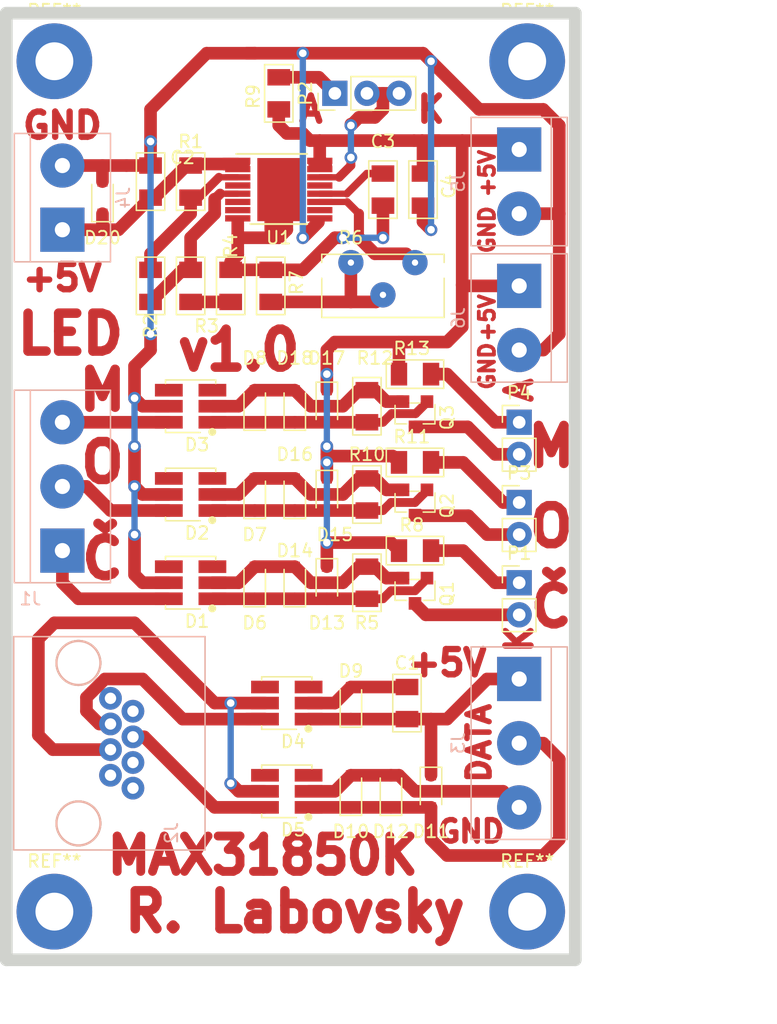
<source format=kicad_pcb>
(kicad_pcb (version 20171130) (host pcbnew "(5.1.6)-1")

  (general
    (thickness 1.6)
    (drawings 29)
    (tracks 337)
    (zones 0)
    (modules 54)
    (nets 56)
  )

  (page A4)
  (layers
    (0 F.Cu signal)
    (31 B.Cu signal)
    (32 B.Adhes user)
    (33 F.Adhes user)
    (34 B.Paste user)
    (35 F.Paste user)
    (36 B.SilkS user)
    (37 F.SilkS user)
    (38 B.Mask user)
    (39 F.Mask user)
    (40 Dwgs.User user)
    (41 Cmts.User user)
    (42 Eco1.User user)
    (43 Eco2.User user)
    (44 Edge.Cuts user)
    (45 Margin user)
    (46 B.CrtYd user)
    (47 F.CrtYd user)
    (48 B.Fab user hide)
    (49 F.Fab user hide)
  )

  (setup
    (last_trace_width 0.25)
    (user_trace_width 0.4)
    (user_trace_width 0.45)
    (user_trace_width 0.5)
    (user_trace_width 0.6)
    (user_trace_width 1)
    (trace_clearance 0.2)
    (zone_clearance 0.508)
    (zone_45_only no)
    (trace_min 0.2)
    (via_size 0.8)
    (via_drill 0.4)
    (via_min_size 0.4)
    (via_min_drill 0.3)
    (uvia_size 0.3)
    (uvia_drill 0.1)
    (uvias_allowed no)
    (uvia_min_size 0.2)
    (uvia_min_drill 0.1)
    (edge_width 0.05)
    (segment_width 0.2)
    (pcb_text_width 0.3)
    (pcb_text_size 1.5 1.5)
    (mod_edge_width 0.12)
    (mod_text_size 1 1)
    (mod_text_width 0.15)
    (pad_size 2 2)
    (pad_drill 1)
    (pad_to_mask_clearance 0.051)
    (solder_mask_min_width 0.25)
    (aux_axis_origin 0 0)
    (visible_elements 7FFFFFFF)
    (pcbplotparams
      (layerselection 0x00000_7fffffff)
      (usegerberextensions false)
      (usegerberattributes false)
      (usegerberadvancedattributes false)
      (creategerberjobfile false)
      (excludeedgelayer false)
      (linewidth 0.100000)
      (plotframeref false)
      (viasonmask true)
      (mode 1)
      (useauxorigin false)
      (hpglpennumber 1)
      (hpglpenspeed 20)
      (hpglpendiameter 15.000000)
      (psnegative false)
      (psa4output false)
      (plotreference false)
      (plotvalue false)
      (plotinvisibletext false)
      (padsonsilk true)
      (subtractmaskfromsilk false)
      (outputformat 5)
      (mirror true)
      (drillshape 1)
      (scaleselection 1)
      (outputdirectory "D:/kicad/thomas_thermostat/fireplace__lcd__temp_sensor__esd_protection/fireplace__lcd__temp_sensor__esd_protection_v3/export/"))
  )

  (net 0 "")
  (net 1 GND)
  (net 2 /RED)
  (net 3 "Net-(D5-Pad4)")
  (net 4 "Net-(D5-Pad3)")
  (net 5 /ORANGE)
  (net 6 /BLUE)
  (net 7 +5V)
  (net 8 GND1)
  (net 9 "Net-(C1-Pad1)")
  (net 10 "Net-(C2-Pad1)")
  (net 11 "Net-(C3-Pad1)")
  (net 12 "Net-(D1-Pad2)")
  (net 13 "Net-(D1-Pad3)")
  (net 14 "Net-(D1-Pad4)")
  (net 15 "Net-(D1-Pad6)")
  (net 16 "Net-(D2-Pad3)")
  (net 17 "Net-(D2-Pad4)")
  (net 18 "Net-(D2-Pad6)")
  (net 19 "Net-(D3-Pad3)")
  (net 20 "Net-(D3-Pad4)")
  (net 21 "Net-(D3-Pad6)")
  (net 22 "Net-(D4-Pad3)")
  (net 23 "Net-(D4-Pad4)")
  (net 24 +5C)
  (net 25 /data)
  (net 26 "Net-(D10-Pad1)")
  (net 27 "Net-(D10-Pad2)")
  (net 28 "Net-(J2-Pad2)")
  (net 29 "Net-(J2-Pad7)")
  (net 30 "Net-(J2-Pad8)")
  (net 31 "Net-(J2-Pad1)")
  (net 32 "Net-(P1-Pad2)")
  (net 33 "Net-(P1-Pad1)")
  (net 34 "Net-(P2-Pad2)")
  (net 35 "Net-(P2-Pad1)")
  (net 36 "Net-(P3-Pad2)")
  (net 37 "Net-(P3-Pad1)")
  (net 38 "Net-(P4-Pad2)")
  (net 39 "Net-(P4-Pad1)")
  (net 40 "Net-(R1-Pad2)")
  (net 41 "Net-(R2-Pad2)")
  (net 42 "Net-(R3-Pad2)")
  (net 43 "Net-(R6-Pad2)")
  (net 44 "Net-(R6-Pad1)")
  (net 45 "Net-(U1-Pad6)")
  (net 46 "Net-(U1-Pad4)")
  (net 47 "Net-(U1-Pad7)")
  (net 48 "Net-(U1-Pad10)")
  (net 49 "Net-(U1-Pad13)")
  (net 50 "Net-(C1-Pad2)")
  (net 51 "Net-(D16-Pad2)")
  (net 52 "Net-(D18-Pad2)")
  (net 53 "Net-(U1-Pad8)")
  (net 54 "Net-(J2-Pad3)")
  (net 55 "Net-(C3-Pad2)")

  (net_class Default "This is the default net class."
    (clearance 0.2)
    (trace_width 0.25)
    (via_dia 0.8)
    (via_drill 0.4)
    (uvia_dia 0.3)
    (uvia_drill 0.1)
    (add_net +5C)
    (add_net +5V)
    (add_net /BLUE)
    (add_net /ORANGE)
    (add_net /RED)
    (add_net /data)
    (add_net GND)
    (add_net GND1)
    (add_net "Net-(C1-Pad1)")
    (add_net "Net-(C1-Pad2)")
    (add_net "Net-(C2-Pad1)")
    (add_net "Net-(C3-Pad1)")
    (add_net "Net-(C3-Pad2)")
    (add_net "Net-(D1-Pad2)")
    (add_net "Net-(D1-Pad3)")
    (add_net "Net-(D1-Pad4)")
    (add_net "Net-(D1-Pad6)")
    (add_net "Net-(D10-Pad1)")
    (add_net "Net-(D10-Pad2)")
    (add_net "Net-(D16-Pad2)")
    (add_net "Net-(D18-Pad2)")
    (add_net "Net-(D2-Pad3)")
    (add_net "Net-(D2-Pad4)")
    (add_net "Net-(D2-Pad6)")
    (add_net "Net-(D3-Pad3)")
    (add_net "Net-(D3-Pad4)")
    (add_net "Net-(D3-Pad6)")
    (add_net "Net-(D4-Pad3)")
    (add_net "Net-(D4-Pad4)")
    (add_net "Net-(D5-Pad3)")
    (add_net "Net-(D5-Pad4)")
    (add_net "Net-(J2-Pad1)")
    (add_net "Net-(J2-Pad2)")
    (add_net "Net-(J2-Pad3)")
    (add_net "Net-(J2-Pad7)")
    (add_net "Net-(J2-Pad8)")
    (add_net "Net-(P1-Pad1)")
    (add_net "Net-(P1-Pad2)")
    (add_net "Net-(P2-Pad1)")
    (add_net "Net-(P2-Pad2)")
    (add_net "Net-(P3-Pad1)")
    (add_net "Net-(P3-Pad2)")
    (add_net "Net-(P4-Pad1)")
    (add_net "Net-(P4-Pad2)")
    (add_net "Net-(R1-Pad2)")
    (add_net "Net-(R2-Pad2)")
    (add_net "Net-(R3-Pad2)")
    (add_net "Net-(R6-Pad1)")
    (add_net "Net-(R6-Pad2)")
    (add_net "Net-(U1-Pad10)")
    (add_net "Net-(U1-Pad13)")
    (add_net "Net-(U1-Pad4)")
    (add_net "Net-(U1-Pad6)")
    (add_net "Net-(U1-Pad7)")
    (add_net "Net-(U1-Pad8)")
  )

  (module Connector_PinHeader_2.54mm:PinHeader_1x03_P2.54mm_Vertical (layer F.Cu) (tedit 5F3A1C84) (tstamp 5F3A3440)
    (at 86.36 58.42 90)
    (descr "Through hole straight pin header, 1x03, 2.54mm pitch, single row")
    (tags "Through hole pin header THT 1x03 2.54mm single row")
    (path /5F3B5EC5)
    (fp_text reference P2 (at 0 -2.33 90) (layer F.SilkS)
      (effects (font (size 1 1) (thickness 0.15)))
    )
    (fp_text value 1x3_pins_header_rl (at 0 7.41 90) (layer F.Fab)
      (effects (font (size 1 1) (thickness 0.15)))
    )
    (fp_line (start 1.8 -1.8) (end -1.8 -1.8) (layer F.CrtYd) (width 0.05))
    (fp_line (start 1.8 6.85) (end 1.8 -1.8) (layer F.CrtYd) (width 0.05))
    (fp_line (start -1.8 6.85) (end 1.8 6.85) (layer F.CrtYd) (width 0.05))
    (fp_line (start -1.8 -1.8) (end -1.8 6.85) (layer F.CrtYd) (width 0.05))
    (fp_line (start -1.33 -1.33) (end 0 -1.33) (layer F.SilkS) (width 0.12))
    (fp_line (start -1.33 0) (end -1.33 -1.33) (layer F.SilkS) (width 0.12))
    (fp_line (start -1.33 1.27) (end 1.33 1.27) (layer F.SilkS) (width 0.12))
    (fp_line (start 1.33 1.27) (end 1.33 6.41) (layer F.SilkS) (width 0.12))
    (fp_line (start -1.33 1.27) (end -1.33 6.41) (layer F.SilkS) (width 0.12))
    (fp_line (start -1.33 6.41) (end 1.33 6.41) (layer F.SilkS) (width 0.12))
    (fp_line (start -1.27 -0.635) (end -0.635 -1.27) (layer F.Fab) (width 0.1))
    (fp_line (start -1.27 6.35) (end -1.27 -0.635) (layer F.Fab) (width 0.1))
    (fp_line (start 1.27 6.35) (end -1.27 6.35) (layer F.Fab) (width 0.1))
    (fp_line (start 1.27 -1.27) (end 1.27 6.35) (layer F.Fab) (width 0.1))
    (fp_line (start -0.635 -1.27) (end 1.27 -1.27) (layer F.Fab) (width 0.1))
    (fp_text user %R (at 0 2.54) (layer F.Fab)
      (effects (font (size 1 1) (thickness 0.15)))
    )
    (pad 3 thru_hole oval (at 0 5.08 90) (size 2 2) (drill 1) (layers *.Cu *.Mask)
      (net 34 "Net-(P2-Pad2)"))
    (pad 2 thru_hole oval (at 0 2.54 90) (size 2 2) (drill 1) (layers *.Cu *.Mask)
      (net 34 "Net-(P2-Pad2)"))
    (pad 1 thru_hole rect (at 0 0 90) (size 2 2) (drill 1) (layers *.Cu *.Mask)
      (net 35 "Net-(P2-Pad1)"))
    (model ${KISYS3DMOD}/Connector_PinHeader_2.54mm.3dshapes/PinHeader_1x03_P2.54mm_Vertical.wrl
      (at (xyz 0 0 0))
      (scale (xyz 1 1 1))
      (rotate (xyz 0 0 0))
    )
  )

  (module MountingHole:MountingHole_3mm_Pad (layer F.Cu) (tedit 5F3659C4) (tstamp 5F36FF49)
    (at 101.6 123.19)
    (descr "Mounting Hole 3mm")
    (tags "mounting hole 3mm")
    (attr virtual)
    (fp_text reference REF** (at 0 -4) (layer F.SilkS)
      (effects (font (size 1 1) (thickness 0.15)))
    )
    (fp_text value MountingHole_3mm_Pad (at 0 4) (layer F.Fab)
      (effects (font (size 1 1) (thickness 0.15)))
    )
    (fp_circle (center 0 0) (end 3.25 0) (layer F.CrtYd) (width 0.05))
    (fp_circle (center 0 0) (end 3 0) (layer Cmts.User) (width 0.15))
    (fp_text user %R (at 0.3 0) (layer F.Fab)
      (effects (font (size 1 1) (thickness 0.15)))
    )
    (pad 4 thru_hole circle (at 0 0) (size 6 6) (drill 3) (layers *.Cu *.Mask))
  )

  (module MountingHole:MountingHole_3mm_Pad (layer F.Cu) (tedit 5F3659BE) (tstamp 5F36FF32)
    (at 64.135 123.19)
    (descr "Mounting Hole 3mm")
    (tags "mounting hole 3mm")
    (attr virtual)
    (fp_text reference REF** (at 0 -4) (layer F.SilkS)
      (effects (font (size 1 1) (thickness 0.15)))
    )
    (fp_text value MountingHole_3mm_Pad (at 0 4) (layer F.Fab)
      (effects (font (size 1 1) (thickness 0.15)))
    )
    (fp_circle (center 0 0) (end 3 0) (layer Cmts.User) (width 0.15))
    (fp_circle (center 0 0) (end 3.25 0) (layer F.CrtYd) (width 0.05))
    (fp_text user %R (at 0.3 0) (layer F.Fab)
      (effects (font (size 1 1) (thickness 0.15)))
    )
    (pad 3 thru_hole circle (at 0 0) (size 6 6) (drill 3) (layers *.Cu *.Mask))
  )

  (module MountingHole:MountingHole_3mm_Pad (layer F.Cu) (tedit 5F3659A5) (tstamp 5F36EF8B)
    (at 101.6 55.88)
    (descr "Mounting Hole 3mm")
    (tags "mounting hole 3mm")
    (attr virtual)
    (fp_text reference REF** (at 0 -4) (layer F.SilkS)
      (effects (font (size 1 1) (thickness 0.15)))
    )
    (fp_text value MountingHole_3mm_Pad (at 0 4) (layer F.Fab)
      (effects (font (size 1 1) (thickness 0.15)))
    )
    (fp_circle (center 0 0) (end 3.25 0) (layer F.CrtYd) (width 0.05))
    (fp_circle (center 0 0) (end 3 0) (layer Cmts.User) (width 0.15))
    (fp_text user %R (at 0.3 0) (layer F.Fab)
      (effects (font (size 1 1) (thickness 0.15)))
    )
    (pad 2 thru_hole circle (at 0 0) (size 6 6) (drill 3) (layers *.Cu *.Mask))
  )

  (module MountingHole:MountingHole_3mm_Pad (layer F.Cu) (tedit 5F365282) (tstamp 5F36EF6E)
    (at 64.135 55.88)
    (descr "Mounting Hole 3mm")
    (tags "mounting hole 3mm")
    (attr virtual)
    (fp_text reference REF** (at 0 -4) (layer F.SilkS)
      (effects (font (size 1 1) (thickness 0.15)))
    )
    (fp_text value MountingHole_3mm_Pad (at 0 4) (layer F.Fab)
      (effects (font (size 1 1) (thickness 0.15)))
    )
    (fp_circle (center 0 0) (end 3.25 0) (layer F.CrtYd) (width 0.05))
    (fp_circle (center 0 0) (end 3 0) (layer Cmts.User) (width 0.15))
    (fp_text user %R (at 0.3 0) (layer F.Fab)
      (effects (font (size 1 1) (thickness 0.15)))
    )
    (pad 1 thru_hole circle (at 0 0) (size 6 6) (drill 3) (layers *.Cu *.Mask))
  )

  (module terminal_blocks_th_rl:xy301v_a_5_2p_rl (layer B.Cu) (tedit 5E70A3B6) (tstamp 5F365F20)
    (at 100.965 76.2 270)
    (path /5F3A83AC)
    (fp_text reference J6 (at 0 4.826 90) (layer B.SilkS)
      (effects (font (size 1 1) (thickness 0.15)) (justify mirror))
    )
    (fp_text value 1x2_screw_term_block (at 0 -4.826 90) (layer B.Fab)
      (effects (font (size 1 1) (thickness 0.15)) (justify mirror))
    )
    (fp_line (start -5 -3.75) (end 5 -3.75) (layer B.Fab) (width 0.12))
    (fp_line (start -5.25 4) (end -5.25 -4) (layer B.CrtYd) (width 0.05))
    (fp_line (start -5.25 4) (end 5.25 4) (layer B.CrtYd) (width 0.05))
    (fp_line (start 5 3.75) (end -5 3.75) (layer B.Fab) (width 0.12))
    (fp_line (start -5 3.75) (end -5 -3.75) (layer B.Fab) (width 0.12))
    (fp_line (start 5.08 -2.54) (end -5.08 -2.54) (layer B.SilkS) (width 0.12))
    (fp_line (start 5 -3.75) (end 5 3.75) (layer B.Fab) (width 0.12))
    (fp_line (start 5.08 -3.81) (end 5.08 3.81) (layer B.SilkS) (width 0.12))
    (fp_line (start -5.08 -3.81) (end 5.08 -3.81) (layer B.SilkS) (width 0.12))
    (fp_line (start -5.08 3.81) (end -5.08 -3.81) (layer B.SilkS) (width 0.12))
    (fp_line (start -4.95 -2.55) (end 4.95 -2.55) (layer B.Fab) (width 0.12))
    (fp_line (start 5.08 3.81) (end -5.08 3.81) (layer B.SilkS) (width 0.12))
    (fp_line (start 5.25 -4) (end -5.25 -4) (layer B.CrtYd) (width 0.05))
    (fp_line (start 5.25 -4) (end 5.25 4) (layer B.CrtYd) (width 0.05))
    (fp_text user %R (at 0 0 90) (layer B.Fab)
      (effects (font (size 1 1) (thickness 0.15)) (justify mirror))
    )
    (pad 2 thru_hole circle (at 2.54 0 270) (size 3.5 3.5) (drill 1.2) (layers *.Cu *.Mask)
      (net 1 GND))
    (pad 1 thru_hole rect (at -2.54 0 270) (size 3.5 3.5) (drill 1.2) (layers *.Cu *.Mask)
      (net 7 +5V))
  )

  (module terminal_blocks_th_rl:xy301v_a_5_2p_rl (layer B.Cu) (tedit 5E70A3B6) (tstamp 5F365F0B)
    (at 100.965 65.405 270)
    (path /5F3A7400)
    (fp_text reference J5 (at 0 4.826 90) (layer B.SilkS)
      (effects (font (size 1 1) (thickness 0.15)) (justify mirror))
    )
    (fp_text value 1x2_screw_term_block (at 0 -4.826 90) (layer B.Fab)
      (effects (font (size 1 1) (thickness 0.15)) (justify mirror))
    )
    (fp_line (start -5 -3.75) (end 5 -3.75) (layer B.Fab) (width 0.12))
    (fp_line (start -5.25 4) (end -5.25 -4) (layer B.CrtYd) (width 0.05))
    (fp_line (start -5.25 4) (end 5.25 4) (layer B.CrtYd) (width 0.05))
    (fp_line (start 5 3.75) (end -5 3.75) (layer B.Fab) (width 0.12))
    (fp_line (start -5 3.75) (end -5 -3.75) (layer B.Fab) (width 0.12))
    (fp_line (start 5.08 -2.54) (end -5.08 -2.54) (layer B.SilkS) (width 0.12))
    (fp_line (start 5 -3.75) (end 5 3.75) (layer B.Fab) (width 0.12))
    (fp_line (start 5.08 -3.81) (end 5.08 3.81) (layer B.SilkS) (width 0.12))
    (fp_line (start -5.08 -3.81) (end 5.08 -3.81) (layer B.SilkS) (width 0.12))
    (fp_line (start -5.08 3.81) (end -5.08 -3.81) (layer B.SilkS) (width 0.12))
    (fp_line (start -4.95 -2.55) (end 4.95 -2.55) (layer B.Fab) (width 0.12))
    (fp_line (start 5.08 3.81) (end -5.08 3.81) (layer B.SilkS) (width 0.12))
    (fp_line (start 5.25 -4) (end -5.25 -4) (layer B.CrtYd) (width 0.05))
    (fp_line (start 5.25 -4) (end 5.25 4) (layer B.CrtYd) (width 0.05))
    (fp_text user %R (at 0 0 90) (layer B.Fab)
      (effects (font (size 1 1) (thickness 0.15)) (justify mirror))
    )
    (pad 2 thru_hole circle (at 2.54 0 270) (size 3.5 3.5) (drill 1.2) (layers *.Cu *.Mask)
      (net 1 GND))
    (pad 1 thru_hole rect (at -2.54 0 270) (size 3.5 3.5) (drill 1.2) (layers *.Cu *.Mask)
      (net 7 +5V))
  )

  (module terminal_blocks_th_rl:xy301v_a_5_3p_rl (layer B.Cu) (tedit 5E70A484) (tstamp 5F2A27E9)
    (at 100.965 109.855 270)
    (path /5E70DB6B)
    (fp_text reference J3 (at 0 4.826 270) (layer B.SilkS)
      (effects (font (size 1 1) (thickness 0.15)) (justify mirror))
    )
    (fp_text value Screw_Terminal_01x03 (at 0 -4.826 270) (layer B.Fab)
      (effects (font (size 1 1) (thickness 0.15)) (justify mirror))
    )
    (fp_line (start -7.8 4) (end 7.8 4) (layer B.CrtYd) (width 0.05))
    (fp_line (start 7.62 -3.81) (end 7.62 3.81) (layer B.SilkS) (width 0.12))
    (fp_line (start -7.55 3.75) (end 7.55 3.75) (layer B.Fab) (width 0.12))
    (fp_line (start -7.62 3.81) (end 7.62 3.81) (layer B.SilkS) (width 0.12))
    (fp_line (start -7.8 4) (end -7.8 -4) (layer B.CrtYd) (width 0.05))
    (fp_line (start 7.8 -4) (end 7.8 4) (layer B.CrtYd) (width 0.05))
    (fp_line (start -7.62 -3.81) (end -7.62 3.81) (layer B.SilkS) (width 0.12))
    (fp_line (start -7.62 -2.54) (end 7.62 -2.54) (layer B.SilkS) (width 0.12))
    (fp_line (start -7.55 -2.55) (end 7.55 -2.55) (layer B.Fab) (width 0.12))
    (fp_line (start 7.55 3.75) (end 7.55 -3.75) (layer B.Fab) (width 0.12))
    (fp_line (start -7.62 -3.81) (end 7.62 -3.81) (layer B.SilkS) (width 0.12))
    (fp_line (start 7.8 -4) (end -7.8 -4) (layer B.CrtYd) (width 0.05))
    (fp_line (start 7.55 -3.75) (end -7.55 -3.75) (layer B.Fab) (width 0.1))
    (fp_line (start -7.55 -3.75) (end -7.55 3.75) (layer B.Fab) (width 0.12))
    (fp_text user %R (at 0 0 270) (layer B.Fab)
      (effects (font (size 1 1) (thickness 0.15)) (justify mirror))
    )
    (pad 2 thru_hole circle (at 0 0 270) (size 3.5 3.5) (drill 1.2) (layers *.Cu *.Mask)
      (net 26 "Net-(D10-Pad1)"))
    (pad 3 thru_hole circle (at 5.08 0 270) (size 3.5 3.5) (drill 1.2) (layers *.Cu *.Mask)
      (net 27 "Net-(D10-Pad2)"))
    (pad 1 thru_hole rect (at -5.08 0 270) (size 3.5 3.5) (drill 1.2) (layers *.Cu *.Mask)
      (net 9 "Net-(C1-Pad1)"))
  )

  (module connectors_rl:rj45_amphenol_icc_rjhse_5080 (layer B.Cu) (tedit 5F3441C8) (tstamp 5E722A5B)
    (at 68.58 114.935 90)
    (path /5E703D81)
    (fp_text reference J2 (at -2.032 4.826 90) (layer B.SilkS)
      (effects (font (size 1 1) (thickness 0.15)) (justify mirror))
    )
    (fp_text value RJ45 (at 4.318 -14.224 90) (layer B.Fab)
      (effects (font (size 1 1) (thickness 0.15)) (justify mirror))
    )
    (fp_line (start 13.462 -7.6484) (end -3.305 -7.6484) (layer B.Fab) (width 0.1))
    (fp_line (start -3.7592 -8.1788) (end 13.97 -8.1788) (layer B.CrtYd) (width 0.05))
    (fp_line (start 13.5128 7.493) (end -3.3782 7.493) (layer B.SilkS) (width 0.12))
    (fp_line (start 13.5128 7.493) (end 13.5128 -7.6668) (layer B.SilkS) (width 0.12))
    (fp_line (start -3.302 7.493) (end -3.305 -7.6484) (layer B.Fab) (width 0.1))
    (fp_line (start 13.5128 -7.6668) (end -3.3692 -7.6668) (layer B.SilkS) (width 0.12))
    (fp_line (start -3.7592 8.001) (end 13.96 8.001) (layer B.CrtYd) (width 0.05))
    (fp_line (start 13.462 7.493) (end -3.302 7.493) (layer B.Fab) (width 0.1))
    (fp_line (start -3.7592 8.001) (end -3.7592 -8.1788) (layer B.CrtYd) (width 0.05))
    (fp_line (start -3.3782 7.493) (end -3.3692 -7.6668) (layer B.SilkS) (width 0.12))
    (fp_line (start 13.97 8.001) (end 13.97 -8.1788) (layer B.CrtYd) (width 0.05))
    (fp_line (start 13.462 7.5184) (end 13.462 -7.6484) (layer B.Fab) (width 0.1))
    (fp_text user %R (at 4.7 -6.35 90) (layer B.Fab)
      (effects (font (size 1 1) (thickness 0.15)) (justify mirror))
    )
    (pad 2 thru_hole circle (at 2.54 0 90) (size 1.8 1.8) (drill 0.9) (layers *.Cu *.Mask)
      (net 28 "Net-(J2-Pad2)"))
    (pad 6 thru_hole circle (at 6.6 0 90) (size 1.8 1.8) (drill 0.9) (layers *.Cu *.Mask)
      (net 24 +5C))
    (pad 5 thru_hole circle (at 5.58 1.78) (size 1.8 1.8) (drill 0.9) (layers *.Cu *.Mask)
      (net 25 /data))
    (pad 7 thru_hole circle (at 7.61 1.78 90) (size 1.8 1.8) (drill 0.9) (layers *.Cu *.Mask)
      (net 29 "Net-(J2-Pad7)"))
    (pad "" np_thru_hole circle (at -1.27 -2.54 90) (size 3.65 3.65) (drill 3.3) (layers *.Cu *.SilkS *.Mask))
    (pad 3 thru_hole circle (at 3.55 1.78 90) (size 1.8 1.8) (drill 0.9) (layers *.Cu *.Mask)
      (net 54 "Net-(J2-Pad3)"))
    (pad 8 thru_hole circle (at 8.63 0 90) (size 1.8 1.8) (drill 0.9) (layers *.Cu *.Mask)
      (net 30 "Net-(J2-Pad8)"))
    (pad "" np_thru_hole circle (at 11.43 -2.54 90) (size 3.65 3.65) (drill 3.3) (layers *.Cu *.SilkS *.Mask))
    (pad 1 thru_hole circle (at 1.52 1.78 90) (size 1.8 1.8) (drill 0.9) (layers *.Cu *.Mask)
      (net 31 "Net-(J2-Pad1)"))
    (pad 4 thru_hole circle (at 4.57 0 90) (size 1.8 1.8) (drill 0.9) (layers *.Cu *.Mask)
      (net 8 GND1))
  )

  (module diodes_smd_rl:sod_323_rl (layer F.Cu) (tedit 5E70A055) (tstamp 5F36F517)
    (at 67.945 66.675 90)
    (path /5E8F6E18)
    (fp_text reference D20 (at -3.175 0 180) (layer F.SilkS)
      (effects (font (size 1 1) (thickness 0.15)))
    )
    (fp_text value undir_transil (at 0.254 1.778 90) (layer F.Fab)
      (effects (font (size 1 1) (thickness 0.15)))
    )
    (fp_line (start -1.905 -0.9525) (end -1.905 0.9525) (layer F.CrtYd) (width 0.05))
    (fp_line (start -1.905 -0.9525) (end 1.778 -0.9525) (layer F.CrtYd) (width 0.05))
    (fp_line (start 0.9 -0.7) (end 0.9 0.7) (layer F.Fab) (width 0.1))
    (fp_line (start 0.2 0) (end 0.45 0) (layer F.Fab) (width 0.1))
    (fp_line (start -0.9 0.7) (end -0.9 -0.7) (layer F.Fab) (width 0.1))
    (fp_line (start 0.2 0.35) (end -0.3 0) (layer F.Fab) (width 0.1))
    (fp_line (start -1.905 -0.85) (end 1.05 -0.85) (layer F.SilkS) (width 0.12))
    (fp_line (start -1.905 0.9525) (end 1.778 0.95) (layer F.CrtYd) (width 0.05))
    (fp_line (start -1.905 0.85) (end 1.05 0.85) (layer F.SilkS) (width 0.12))
    (fp_line (start -0.9 -0.7) (end 0.9 -0.7) (layer F.Fab) (width 0.1))
    (fp_line (start -1.905 -0.85) (end -1.905 0.85) (layer F.SilkS) (width 0.12))
    (fp_line (start 0.2 -0.35) (end 0.2 0.35) (layer F.Fab) (width 0.1))
    (fp_line (start -0.3 0) (end -0.5 0) (layer F.Fab) (width 0.1))
    (fp_line (start 0.9 0.7) (end -0.9 0.7) (layer F.Fab) (width 0.1))
    (fp_line (start -0.3 0) (end 0.2 -0.35) (layer F.Fab) (width 0.1))
    (fp_line (start -0.3 -0.35) (end -0.3 0.35) (layer F.Fab) (width 0.1))
    (fp_line (start 1.778 -0.95) (end 1.778 0.95) (layer F.CrtYd) (width 0.05))
    (pad 1 smd rect (at -1.27 0 90) (size 0.8 0.8) (layers F.Cu F.Paste F.Mask)
      (net 10 "Net-(C2-Pad1)"))
    (pad 2 smd rect (at 1.27 0 90) (size 0.8 0.8) (layers F.Cu F.Paste F.Mask)
      (net 1 GND))
  )

  (module terminal_blocks_th_rl:xy301v_a_5_2p_rl (layer B.Cu) (tedit 5E70A3B6) (tstamp 5F2A27FE)
    (at 64.77 66.675 90)
    (path /5E7774D7)
    (fp_text reference J4 (at 0 4.826 270) (layer B.SilkS)
      (effects (font (size 1 1) (thickness 0.15)) (justify mirror))
    )
    (fp_text value 1x2_screw_term_block (at 0 -4.826 270) (layer B.Fab)
      (effects (font (size 1 1) (thickness 0.15)) (justify mirror))
    )
    (fp_line (start -5 -3.75) (end 5 -3.75) (layer B.Fab) (width 0.12))
    (fp_line (start -5.25 4) (end -5.25 -4) (layer B.CrtYd) (width 0.05))
    (fp_line (start -5.25 4) (end 5.25 4) (layer B.CrtYd) (width 0.05))
    (fp_line (start 5 3.75) (end -5 3.75) (layer B.Fab) (width 0.12))
    (fp_line (start -5 3.75) (end -5 -3.75) (layer B.Fab) (width 0.12))
    (fp_line (start 5.08 -2.54) (end -5.08 -2.54) (layer B.SilkS) (width 0.12))
    (fp_line (start 5 -3.75) (end 5 3.75) (layer B.Fab) (width 0.12))
    (fp_line (start 5.08 -3.81) (end 5.08 3.81) (layer B.SilkS) (width 0.12))
    (fp_line (start -5.08 -3.81) (end 5.08 -3.81) (layer B.SilkS) (width 0.12))
    (fp_line (start -5.08 3.81) (end -5.08 -3.81) (layer B.SilkS) (width 0.12))
    (fp_line (start -4.95 -2.55) (end 4.95 -2.55) (layer B.Fab) (width 0.12))
    (fp_line (start 5.08 3.81) (end -5.08 3.81) (layer B.SilkS) (width 0.12))
    (fp_line (start 5.25 -4) (end -5.25 -4) (layer B.CrtYd) (width 0.05))
    (fp_line (start 5.25 -4) (end 5.25 4) (layer B.CrtYd) (width 0.05))
    (fp_text user %R (at 0 0 270) (layer B.Fab)
      (effects (font (size 1 1) (thickness 0.15)) (justify mirror))
    )
    (pad 2 thru_hole circle (at 2.54 0 90) (size 3.5 3.5) (drill 1.2) (layers *.Cu *.Mask)
      (net 1 GND))
    (pad 1 thru_hole rect (at -2.54 0 90) (size 3.5 3.5) (drill 1.2) (layers *.Cu *.Mask)
      (net 10 "Net-(C2-Pad1)"))
  )

  (module capacitors_smd_rl:c_1206_rl (layer F.Cu) (tedit 5E6033A3) (tstamp 5F36F4DD)
    (at 71.755 65.405 90)
    (path /5F1AD2F7)
    (fp_text reference C2 (at 1.905 2.54 180) (layer F.SilkS)
      (effects (font (size 1 1) (thickness 0.15)))
    )
    (fp_text value 1u (at -0.254 2.032 90) (layer F.Fab)
      (effects (font (size 1 1) (thickness 0.15)))
    )
    (fp_line (start -2.275 1.125) (end -2.275 -1.125) (layer F.SilkS) (width 0.12))
    (fp_line (start 2.275 1.125) (end -2.275 1.125) (layer F.SilkS) (width 0.12))
    (fp_line (start 2.275 -1.125) (end 2.275 1.125) (layer F.SilkS) (width 0.12))
    (fp_line (start -2.275 -1.125) (end 2.275 -1.125) (layer F.SilkS) (width 0.12))
    (fp_line (start 2.28 1.12) (end -2.28 1.12) (layer F.CrtYd) (width 0.12))
    (fp_line (start 1.6 0.8) (end -1.6 0.8) (layer F.Fab) (width 0.12))
    (fp_line (start -2.28 1.12) (end -2.28 -1.12) (layer F.CrtYd) (width 0.12))
    (fp_line (start -2.28 -1.12) (end 2.28 -1.12) (layer F.CrtYd) (width 0.12))
    (fp_line (start -1.6 -0.8) (end 1.6 -0.8) (layer F.Fab) (width 0.12))
    (fp_line (start -1.6 0.8) (end -1.6 -0.8) (layer F.Fab) (width 0.12))
    (fp_line (start 2.28 -1.12) (end 2.28 1.12) (layer F.CrtYd) (width 0.12))
    (fp_line (start 1.6 -0.8) (end 1.6 0.8) (layer F.Fab) (width 0.12))
    (fp_text user %R (at 0 0 90) (layer F.Fab)
      (effects (font (size 0.8 0.8) (thickness 0.12)))
    )
    (pad 2 smd rect (at 1.27 0 90) (size 1.3 1.8) (layers F.Cu F.Paste F.Mask)
      (net 1 GND))
    (pad 1 smd rect (at -1.27 0 90) (size 1.3 1.8) (layers F.Cu F.Paste F.Mask)
      (net 10 "Net-(C2-Pad1)"))
  )

  (module capacitors_smd_rl:c_1206_rl (layer F.Cu) (tedit 5E6033A3) (tstamp 5F36F4A7)
    (at 93.345 66.04 270)
    (path /5F1DD9A0)
    (fp_text reference C4 (at -0.254 -2.032 90) (layer F.SilkS)
      (effects (font (size 1 1) (thickness 0.15)))
    )
    (fp_text value 1u (at -0.254 2.032 90) (layer F.Fab)
      (effects (font (size 1 1) (thickness 0.15)))
    )
    (fp_line (start -2.275 1.125) (end -2.275 -1.125) (layer F.SilkS) (width 0.12))
    (fp_line (start 2.275 1.125) (end -2.275 1.125) (layer F.SilkS) (width 0.12))
    (fp_line (start 2.275 -1.125) (end 2.275 1.125) (layer F.SilkS) (width 0.12))
    (fp_line (start -2.275 -1.125) (end 2.275 -1.125) (layer F.SilkS) (width 0.12))
    (fp_line (start 2.28 1.12) (end -2.28 1.12) (layer F.CrtYd) (width 0.12))
    (fp_line (start 1.6 0.8) (end -1.6 0.8) (layer F.Fab) (width 0.12))
    (fp_line (start -2.28 1.12) (end -2.28 -1.12) (layer F.CrtYd) (width 0.12))
    (fp_line (start -2.28 -1.12) (end 2.28 -1.12) (layer F.CrtYd) (width 0.12))
    (fp_line (start -1.6 -0.8) (end 1.6 -0.8) (layer F.Fab) (width 0.12))
    (fp_line (start -1.6 0.8) (end -1.6 -0.8) (layer F.Fab) (width 0.12))
    (fp_line (start 2.28 -1.12) (end 2.28 1.12) (layer F.CrtYd) (width 0.12))
    (fp_line (start 1.6 -0.8) (end 1.6 0.8) (layer F.Fab) (width 0.12))
    (fp_text user %R (at 0 0 90) (layer F.Fab)
      (effects (font (size 0.8 0.8) (thickness 0.12)))
    )
    (pad 2 smd rect (at 1.27 0 270) (size 1.3 1.8) (layers F.Cu F.Paste F.Mask)
      (net 1 GND))
    (pad 1 smd rect (at -1.27 0 270) (size 1.3 1.8) (layers F.Cu F.Paste F.Mask)
      (net 7 +5V))
  )

  (module capacitors_smd_rl:c_1206_rl (layer F.Cu) (tedit 5E6033A3) (tstamp 5F36F594)
    (at 90.17 66.04 270)
    (path /5F24E72A)
    (fp_text reference C3 (at -3.81 0 180) (layer F.SilkS)
      (effects (font (size 1 1) (thickness 0.15)))
    )
    (fp_text value 1,2n (at -0.254 2.032 90) (layer F.Fab)
      (effects (font (size 1 1) (thickness 0.15)))
    )
    (fp_line (start -2.275 1.125) (end -2.275 -1.125) (layer F.SilkS) (width 0.12))
    (fp_line (start 2.275 1.125) (end -2.275 1.125) (layer F.SilkS) (width 0.12))
    (fp_line (start 2.275 -1.125) (end 2.275 1.125) (layer F.SilkS) (width 0.12))
    (fp_line (start -2.275 -1.125) (end 2.275 -1.125) (layer F.SilkS) (width 0.12))
    (fp_line (start 2.28 1.12) (end -2.28 1.12) (layer F.CrtYd) (width 0.12))
    (fp_line (start 1.6 0.8) (end -1.6 0.8) (layer F.Fab) (width 0.12))
    (fp_line (start -2.28 1.12) (end -2.28 -1.12) (layer F.CrtYd) (width 0.12))
    (fp_line (start -2.28 -1.12) (end 2.28 -1.12) (layer F.CrtYd) (width 0.12))
    (fp_line (start -1.6 -0.8) (end 1.6 -0.8) (layer F.Fab) (width 0.12))
    (fp_line (start -1.6 0.8) (end -1.6 -0.8) (layer F.Fab) (width 0.12))
    (fp_line (start 2.28 -1.12) (end 2.28 1.12) (layer F.CrtYd) (width 0.12))
    (fp_line (start 1.6 -0.8) (end 1.6 0.8) (layer F.Fab) (width 0.12))
    (fp_text user %R (at 0 0 90) (layer F.Fab)
      (effects (font (size 0.8 0.8) (thickness 0.12)))
    )
    (pad 2 smd rect (at 1.27 0 270) (size 1.3 1.8) (layers F.Cu F.Paste F.Mask)
      (net 55 "Net-(C3-Pad2)"))
    (pad 1 smd rect (at -1.27 0 270) (size 1.3 1.8) (layers F.Cu F.Paste F.Mask)
      (net 11 "Net-(C3-Pad1)"))
  )

  (module resistors_smd_rl:r_1206_rl (layer F.Cu) (tedit 5E603374) (tstamp 5F37004F)
    (at 81.915 58.42 90)
    (path /5F275CEF)
    (fp_text reference R9 (at -0.254 -2.032 90) (layer F.SilkS)
      (effects (font (size 1 1) (thickness 0.15)))
    )
    (fp_text value 604 (at 0.254 2.032 90) (layer F.Fab)
      (effects (font (size 1 1) (thickness 0.15)))
    )
    (fp_line (start 1.6 0.8) (end -1.6 0.8) (layer F.Fab) (width 0.12))
    (fp_line (start 2.28 -1.12) (end 2.28 1.12) (layer F.CrtYd) (width 0.05))
    (fp_line (start 1.6 -0.8) (end 1.6 0.8) (layer F.Fab) (width 0.12))
    (fp_line (start -1.6 0.8) (end -1.6 -0.8) (layer F.Fab) (width 0.12))
    (fp_line (start 2.28 1.12) (end -2.28 1.12) (layer F.CrtYd) (width 0.05))
    (fp_line (start -2.28 -1.12) (end 2.28 -1.12) (layer F.CrtYd) (width 0.05))
    (fp_line (start -2.28 1.12) (end -2.28 -1.12) (layer F.CrtYd) (width 0.05))
    (fp_line (start -1.6 -0.8) (end 1.6 -0.8) (layer F.Fab) (width 0.12))
    (fp_line (start 2.275 1.125) (end -2.275 1.125) (layer F.SilkS) (width 0.12))
    (fp_line (start -2.275 1.125) (end -2.275 -1.125) (layer F.SilkS) (width 0.12))
    (fp_line (start -2.275 -1.125) (end 2.275 -1.125) (layer F.SilkS) (width 0.12))
    (fp_line (start 2.275 -1.125) (end 2.275 1.125) (layer F.SilkS) (width 0.12))
    (fp_text user %R (at 0 0 90) (layer F.Fab)
      (effects (font (size 0.8 0.8) (thickness 0.12)))
    )
    (pad 2 smd trapezoid (at 1.27 0 90) (size 1.3 1.8) (layers F.Cu F.Paste F.Mask)
      (net 35 "Net-(P2-Pad1)"))
    (pad 1 smd trapezoid (at -1.27 0 90) (size 1.3 1.8) (layers F.Cu F.Paste F.Mask)
      (net 7 +5V))
  )

  (module packages_htssop_rl:htssop_16_6,6mm×5,1mm (layer F.Cu) (tedit 5F3435CD) (tstamp 5F36F311)
    (at 81.915 66.04)
    (path /5F1898F2)
    (fp_text reference U1 (at 0 3.81) (layer F.SilkS)
      (effects (font (size 1 1) (thickness 0.15)))
    )
    (fp_text value TPS26600-power_management_rl (at 0 3.81) (layer F.Fab)
      (effects (font (size 1 1) (thickness 0.15)))
    )
    (fp_line (start -1.2 -2.5) (end 2.2 -2.5) (layer F.Fab) (width 0.15))
    (fp_line (start -4.572 -2.9) (end -4.572 2.8) (layer F.CrtYd) (width 0.05))
    (fp_line (start -3.375 -2.825) (end 2.25 -2.825) (layer F.SilkS) (width 0.15))
    (fp_line (start -4.572 2.8) (end 4.572 2.794) (layer F.CrtYd) (width 0.05))
    (fp_line (start 4.572 -2.9) (end 4.572 2.8) (layer F.CrtYd) (width 0.05))
    (fp_line (start 2.2 -2.5) (end 2.2 2.5) (layer F.Fab) (width 0.15))
    (fp_line (start -2.25 2.725) (end 2.25 2.725) (layer F.SilkS) (width 0.15))
    (fp_line (start -2.2 -1.5) (end -1.2 -2.5) (layer F.Fab) (width 0.15))
    (fp_line (start -4.572 -2.9) (end 4.572 -2.9) (layer F.CrtYd) (width 0.05))
    (fp_line (start -2.2 2.5) (end -2.2 -1.5) (layer F.Fab) (width 0.15))
    (fp_line (start 2.2 2.5) (end -2.2 2.5) (layer F.Fab) (width 0.15))
    (fp_text user %R (at 0 0) (layer F.Fab)
      (effects (font (size 1 1) (thickness 0.15)))
    )
    (pad "" smd rect (at -1.1334 -0.625) (size 0.88 1.05) (layers F.Paste))
    (pad "" smd rect (at -1.1334 -1.875) (size 0.88 1.05) (layers F.Paste))
    (pad 11 smd rect (at 3.25 0.975) (size 2 0.5) (layers F.Cu F.Paste F.Mask)
      (net 44 "Net-(R6-Pad1)"))
    (pad 8 smd rect (at -3.25 2.275) (size 2 0.5) (layers F.Cu F.Paste F.Mask)
      (net 53 "Net-(U1-Pad8)"))
    (pad 15 smd rect (at 3.25 -1.625) (size 2 0.5) (layers F.Cu F.Paste F.Mask)
      (net 7 +5V))
    (pad "" smd rect (at 1.1334 -0.625) (size 0.88 1.05) (layers F.Paste))
    (pad 17 smd rect (at 0 0) (size 3.4 5) (layers F.Cu F.Mask))
    (pad 3 smd rect (at -3.25 -0.975) (size 2 0.5) (layers F.Cu F.Paste F.Mask)
      (net 40 "Net-(R1-Pad2)"))
    (pad 6 smd rect (at -3.25 0.975) (size 2 0.5) (layers F.Cu F.Paste F.Mask)
      (net 45 "Net-(U1-Pad6)"))
    (pad 12 smd rect (at 3.25 0.325) (size 2 0.5) (layers F.Cu F.Paste F.Mask)
      (net 11 "Net-(C3-Pad1)"))
    (pad 1 smd rect (at -3.25 -2.275) (size 2 0.5) (layers F.Cu F.Paste F.Mask)
      (net 10 "Net-(C2-Pad1)"))
    (pad 4 smd rect (at -3.25 -0.325) (size 2 0.5) (layers F.Cu F.Paste F.Mask)
      (net 46 "Net-(U1-Pad4)"))
    (pad 5 smd rect (at -3.25 0.325) (size 2 0.5) (layers F.Cu F.Paste F.Mask)
      (net 41 "Net-(R2-Pad2)"))
    (pad 7 smd rect (at -3.25 1.625) (size 2 0.5) (layers F.Cu F.Paste F.Mask)
      (net 47 "Net-(U1-Pad7)"))
    (pad 2 smd rect (at -3.25 -1.625) (size 2 0.5) (layers F.Cu F.Paste F.Mask)
      (net 10 "Net-(C2-Pad1)"))
    (pad 9 smd rect (at 3.25 2.275) (size 2 0.5) (layers F.Cu F.Paste F.Mask)
      (net 1 GND))
    (pad 10 smd rect (at 3.25 1.625) (size 2 0.5) (layers F.Cu F.Paste F.Mask)
      (net 48 "Net-(U1-Pad10)"))
    (pad 13 smd rect (at 3.25 -0.325) (size 2 0.5) (layers F.Cu F.Paste F.Mask)
      (net 49 "Net-(U1-Pad13)"))
    (pad 14 smd rect (at 3.25 -0.975) (size 2 0.5) (layers F.Cu F.Paste F.Mask)
      (net 34 "Net-(P2-Pad2)"))
    (pad 16 smd rect (at 3.25 -2.275) (size 2 0.5) (layers F.Cu F.Paste F.Mask)
      (net 7 +5V))
    (pad "" smd rect (at 0 -1.875) (size 0.88 1.05) (layers F.Paste))
    (pad "" smd rect (at 1.1334 -1.875) (size 0.88 1.05) (layers F.Paste))
    (pad "" smd rect (at 0 -0.625) (size 0.88 1.05) (layers F.Paste))
    (pad "" smd rect (at 1.1334 1.875) (size 0.88 1.05) (layers F.Paste))
    (pad "" smd rect (at 1.1334 0.625) (size 0.88 1.05) (layers F.Paste))
    (pad "" smd rect (at 0 1.875) (size 0.88 1.05) (layers F.Paste))
    (pad "" smd rect (at -1.1334 1.875) (size 0.88 1.05) (layers F.Paste))
    (pad "" smd rect (at -1.1334 0.625) (size 0.88 1.05) (layers F.Paste))
    (pad "" smd rect (at 0 0.625) (size 0.88 1.05) (layers F.Paste))
  )

  (module trimers_tht_rl:trimer_t93yb_rl (layer F.Cu) (tedit 5F1434A4) (tstamp 5F36F27F)
    (at 90.17 73.66)
    (path /5F2C46C6)
    (fp_text reference R6 (at -2.54 -3.81) (layer F.SilkS)
      (effects (font (size 1 1) (thickness 0.15)))
    )
    (fp_text value 200K (at 0 3.81) (layer F.Fab)
      (effects (font (size 1 1) (thickness 0.15)))
    )
    (fp_line (start 4.7244 -2.413) (end -4.7752 -2.413) (layer F.Fab) (width 0.1))
    (fp_line (start 3.218 2.2352) (end 3.218 0.0352) (layer F.Fab) (width 0.1))
    (fp_line (start -4.85 -2.5) (end 4.85 -2.5) (layer F.SilkS) (width 0.12))
    (fp_line (start -4.7752 -2.413) (end -4.7752 2.3876) (layer F.Fab) (width 0.1))
    (fp_circle (center 3.218 1.1352) (end 4.318 1.1352) (layer F.Fab) (width 0.1))
    (fp_line (start 3.218 2.2352) (end 3.218 0.0352) (layer F.Fab) (width 0.1))
    (fp_line (start 4.7752 2.3876) (end 4.7752 -2.3876) (layer F.Fab) (width 0.1))
    (fp_line (start 4.85 -0.605) (end 4.85 2.5) (layer F.SilkS) (width 0.12))
    (fp_line (start -4.9784 -2.6416) (end -4.9784 2.6416) (layer F.CrtYd) (width 0.05))
    (fp_line (start -4.7752 2.3876) (end 4.7752 2.3876) (layer F.Fab) (width 0.1))
    (fp_line (start 4.9784 -2.6416) (end -4.9276 -2.6416) (layer F.CrtYd) (width 0.05))
    (fp_line (start -4.85 -0.605) (end -4.85 2.5) (layer F.SilkS) (width 0.12))
    (fp_line (start -4.85 2.5) (end 4.85 2.5) (layer F.SilkS) (width 0.12))
    (fp_line (start -4.85 -2.5) (end -4.85 -1.855) (layer F.SilkS) (width 0.12))
    (fp_line (start 4.85 -2.5) (end 4.85 -1.855) (layer F.SilkS) (width 0.12))
    (fp_line (start -4.9784 2.6416) (end 4.9784 2.6416) (layer F.CrtYd) (width 0.05))
    (fp_line (start 4.9784 2.6416) (end 4.9784 -2.6416) (layer F.CrtYd) (width 0.05))
    (fp_text user %R (at -0.635 -0.04) (layer F.Fab)
      (effects (font (size 0.91 0.91) (thickness 0.15)))
    )
    (pad 2 thru_hole circle (at 0 0.7112) (size 2 2) (drill 0.5) (layers *.Cu *.Mask)
      (net 43 "Net-(R6-Pad2)"))
    (pad 1 thru_hole circle (at 2.54 -1.8415) (size 2 2) (drill 0.5) (layers *.Cu *.Mask)
      (net 44 "Net-(R6-Pad1)"))
    (pad 3 thru_hole circle (at -2.54 -1.8415) (size 2 2) (drill 0.5) (layers *.Cu *.Mask)
      (net 43 "Net-(R6-Pad2)"))
  )

  (module resistors_smd_rl:r_1206_rl (layer F.Cu) (tedit 5E603374) (tstamp 5F36F3B1)
    (at 81.28 73.66 270)
    (path /5F194AD1)
    (fp_text reference R7 (at -0.254 -2.032 90) (layer F.SilkS)
      (effects (font (size 1 1) (thickness 0.15)))
    )
    (fp_text value 5K36 (at 0.254 2.032 90) (layer F.Fab)
      (effects (font (size 1 1) (thickness 0.15)))
    )
    (fp_line (start 1.6 0.8) (end -1.6 0.8) (layer F.Fab) (width 0.12))
    (fp_line (start 2.28 -1.12) (end 2.28 1.12) (layer F.CrtYd) (width 0.05))
    (fp_line (start 1.6 -0.8) (end 1.6 0.8) (layer F.Fab) (width 0.12))
    (fp_line (start -1.6 0.8) (end -1.6 -0.8) (layer F.Fab) (width 0.12))
    (fp_line (start 2.28 1.12) (end -2.28 1.12) (layer F.CrtYd) (width 0.05))
    (fp_line (start -2.28 -1.12) (end 2.28 -1.12) (layer F.CrtYd) (width 0.05))
    (fp_line (start -2.28 1.12) (end -2.28 -1.12) (layer F.CrtYd) (width 0.05))
    (fp_line (start -1.6 -0.8) (end 1.6 -0.8) (layer F.Fab) (width 0.12))
    (fp_line (start 2.275 1.125) (end -2.275 1.125) (layer F.SilkS) (width 0.12))
    (fp_line (start -2.275 1.125) (end -2.275 -1.125) (layer F.SilkS) (width 0.12))
    (fp_line (start -2.275 -1.125) (end 2.275 -1.125) (layer F.SilkS) (width 0.12))
    (fp_line (start 2.275 -1.125) (end 2.275 1.125) (layer F.SilkS) (width 0.12))
    (fp_text user %R (at 0 0 90) (layer F.Fab)
      (effects (font (size 0.8 0.8) (thickness 0.12)))
    )
    (pad 2 smd trapezoid (at 1.27 0 270) (size 1.3 1.8) (layers F.Cu F.Paste F.Mask)
      (net 43 "Net-(R6-Pad2)"))
    (pad 1 smd trapezoid (at -1.27 0 270) (size 1.3 1.8) (layers F.Cu F.Paste F.Mask)
      (net 55 "Net-(C3-Pad2)"))
  )

  (module resistors_smd_rl:r_1206_rl (layer F.Cu) (tedit 5E603374) (tstamp 5F36F37B)
    (at 71.755 73.66 270)
    (path /5F1529E8)
    (fp_text reference R2 (at 3.175 0 90) (layer F.SilkS)
      (effects (font (size 1 1) (thickness 0.15)))
    )
    (fp_text value 3K16 (at 0.254 2.032 90) (layer F.Fab)
      (effects (font (size 1 1) (thickness 0.15)))
    )
    (fp_line (start 2.275 -1.125) (end 2.275 1.125) (layer F.SilkS) (width 0.12))
    (fp_line (start -2.275 -1.125) (end 2.275 -1.125) (layer F.SilkS) (width 0.12))
    (fp_line (start -2.275 1.125) (end -2.275 -1.125) (layer F.SilkS) (width 0.12))
    (fp_line (start 2.275 1.125) (end -2.275 1.125) (layer F.SilkS) (width 0.12))
    (fp_line (start -1.6 -0.8) (end 1.6 -0.8) (layer F.Fab) (width 0.12))
    (fp_line (start -2.28 1.12) (end -2.28 -1.12) (layer F.CrtYd) (width 0.05))
    (fp_line (start -2.28 -1.12) (end 2.28 -1.12) (layer F.CrtYd) (width 0.05))
    (fp_line (start 2.28 1.12) (end -2.28 1.12) (layer F.CrtYd) (width 0.05))
    (fp_line (start -1.6 0.8) (end -1.6 -0.8) (layer F.Fab) (width 0.12))
    (fp_line (start 1.6 -0.8) (end 1.6 0.8) (layer F.Fab) (width 0.12))
    (fp_line (start 2.28 -1.12) (end 2.28 1.12) (layer F.CrtYd) (width 0.05))
    (fp_line (start 1.6 0.8) (end -1.6 0.8) (layer F.Fab) (width 0.12))
    (fp_text user %R (at 0 0 90) (layer F.Fab)
      (effects (font (size 0.8 0.8) (thickness 0.12)))
    )
    (pad 1 smd trapezoid (at -1.27 0 270) (size 1.3 1.8) (layers F.Cu F.Paste F.Mask)
      (net 40 "Net-(R1-Pad2)"))
    (pad 2 smd trapezoid (at 1.27 0 270) (size 1.3 1.8) (layers F.Cu F.Paste F.Mask)
      (net 41 "Net-(R2-Pad2)"))
  )

  (module resistors_smd_rl:r_1206_rl (layer F.Cu) (tedit 5E603374) (tstamp 5F36F2C1)
    (at 74.93 65.405 270)
    (path /5F151ECA)
    (fp_text reference R1 (at -3.175 0 180) (layer F.SilkS)
      (effects (font (size 1 1) (thickness 0.15)))
    )
    (fp_text value 100K (at 0.254 2.032 90) (layer F.Fab)
      (effects (font (size 1 1) (thickness 0.15)))
    )
    (fp_line (start 1.6 0.8) (end -1.6 0.8) (layer F.Fab) (width 0.12))
    (fp_line (start 2.28 -1.12) (end 2.28 1.12) (layer F.CrtYd) (width 0.05))
    (fp_line (start 1.6 -0.8) (end 1.6 0.8) (layer F.Fab) (width 0.12))
    (fp_line (start -1.6 0.8) (end -1.6 -0.8) (layer F.Fab) (width 0.12))
    (fp_line (start 2.28 1.12) (end -2.28 1.12) (layer F.CrtYd) (width 0.05))
    (fp_line (start -2.28 -1.12) (end 2.28 -1.12) (layer F.CrtYd) (width 0.05))
    (fp_line (start -2.28 1.12) (end -2.28 -1.12) (layer F.CrtYd) (width 0.05))
    (fp_line (start -1.6 -0.8) (end 1.6 -0.8) (layer F.Fab) (width 0.12))
    (fp_line (start 2.275 1.125) (end -2.275 1.125) (layer F.SilkS) (width 0.12))
    (fp_line (start -2.275 1.125) (end -2.275 -1.125) (layer F.SilkS) (width 0.12))
    (fp_line (start -2.275 -1.125) (end 2.275 -1.125) (layer F.SilkS) (width 0.12))
    (fp_line (start 2.275 -1.125) (end 2.275 1.125) (layer F.SilkS) (width 0.12))
    (fp_text user %R (at 0 0 90) (layer F.Fab)
      (effects (font (size 0.8 0.8) (thickness 0.12)))
    )
    (pad 2 smd trapezoid (at 1.27 0 270) (size 1.3 1.8) (layers F.Cu F.Paste F.Mask)
      (net 40 "Net-(R1-Pad2)"))
    (pad 1 smd trapezoid (at -1.27 0 270) (size 1.3 1.8) (layers F.Cu F.Paste F.Mask)
      (net 10 "Net-(C2-Pad1)"))
  )

  (module resistors_smd_rl:r_1206_rl (layer F.Cu) (tedit 5E603374) (tstamp 5F36F3E7)
    (at 74.93 73.66 270)
    (path /5F1543FF)
    (fp_text reference R3 (at 3.175 -1.27 180) (layer F.SilkS)
      (effects (font (size 1 1) (thickness 0.15)))
    )
    (fp_text value 30K (at 0.254 2.032 90) (layer F.Fab)
      (effects (font (size 1 1) (thickness 0.15)))
    )
    (fp_line (start 2.275 -1.125) (end 2.275 1.125) (layer F.SilkS) (width 0.12))
    (fp_line (start -2.275 -1.125) (end 2.275 -1.125) (layer F.SilkS) (width 0.12))
    (fp_line (start -2.275 1.125) (end -2.275 -1.125) (layer F.SilkS) (width 0.12))
    (fp_line (start 2.275 1.125) (end -2.275 1.125) (layer F.SilkS) (width 0.12))
    (fp_line (start -1.6 -0.8) (end 1.6 -0.8) (layer F.Fab) (width 0.12))
    (fp_line (start -2.28 1.12) (end -2.28 -1.12) (layer F.CrtYd) (width 0.05))
    (fp_line (start -2.28 -1.12) (end 2.28 -1.12) (layer F.CrtYd) (width 0.05))
    (fp_line (start 2.28 1.12) (end -2.28 1.12) (layer F.CrtYd) (width 0.05))
    (fp_line (start -1.6 0.8) (end -1.6 -0.8) (layer F.Fab) (width 0.12))
    (fp_line (start 1.6 -0.8) (end 1.6 0.8) (layer F.Fab) (width 0.12))
    (fp_line (start 2.28 -1.12) (end 2.28 1.12) (layer F.CrtYd) (width 0.05))
    (fp_line (start 1.6 0.8) (end -1.6 0.8) (layer F.Fab) (width 0.12))
    (fp_text user %R (at 0 0 90) (layer F.Fab)
      (effects (font (size 0.8 0.8) (thickness 0.12)))
    )
    (pad 1 smd trapezoid (at -1.27 0 270) (size 1.3 1.8) (layers F.Cu F.Paste F.Mask)
      (net 41 "Net-(R2-Pad2)"))
    (pad 2 smd trapezoid (at 1.27 0 270) (size 1.3 1.8) (layers F.Cu F.Paste F.Mask)
      (net 42 "Net-(R3-Pad2)"))
  )

  (module resistors_smd_rl:r_1206_rl (layer F.Cu) (tedit 5F3435E4) (tstamp 5F36F41D)
    (at 78.105 73.66 90)
    (path /5F131126)
    (fp_text reference R4 (at 3.175 0 90) (layer F.SilkS)
      (effects (font (size 1 1) (thickness 0.15)))
    )
    (fp_text value 200 (at 0.254 2.032 90) (layer F.Fab)
      (effects (font (size 1 1) (thickness 0.15)))
    )
    (fp_line (start 1.6 0.8) (end -1.6 0.8) (layer F.Fab) (width 0.12))
    (fp_line (start 2.28 -1.12) (end 2.28 1.12) (layer F.CrtYd) (width 0.05))
    (fp_line (start 1.6 -0.8) (end 1.6 0.8) (layer F.Fab) (width 0.12))
    (fp_line (start -1.6 0.8) (end -1.6 -0.8) (layer F.Fab) (width 0.12))
    (fp_line (start 2.28 1.12) (end -2.28 1.12) (layer F.CrtYd) (width 0.05))
    (fp_line (start -2.28 -1.12) (end 2.28 -1.12) (layer F.CrtYd) (width 0.05))
    (fp_line (start -2.28 1.12) (end -2.28 -1.12) (layer F.CrtYd) (width 0.05))
    (fp_line (start -1.6 -0.8) (end 1.6 -0.8) (layer F.Fab) (width 0.12))
    (fp_line (start 2.275 1.125) (end -2.275 1.125) (layer F.SilkS) (width 0.12))
    (fp_line (start -2.275 1.125) (end -2.275 -1.125) (layer F.SilkS) (width 0.12))
    (fp_line (start -2.275 -1.125) (end 2.275 -1.125) (layer F.SilkS) (width 0.12))
    (fp_line (start 2.275 -1.125) (end 2.275 1.125) (layer F.SilkS) (width 0.12))
    (fp_text user %R (at 0 0 90) (layer F.Fab)
      (effects (font (size 0.8 0.8) (thickness 0.12)))
    )
    (pad 2 smd trapezoid (at 1.27 0 90) (size 1.3 1.8) (layers F.Cu F.Paste F.Mask)
      (net 55 "Net-(C3-Pad2)"))
    (pad 1 smd trapezoid (at -1.27 0 90) (size 1.3 1.8) (layers F.Cu F.Paste F.Mask)
      (net 42 "Net-(R3-Pad2)"))
  )

  (module packages_tsoc_rl:tsoc_6_rl (layer F.Cu) (tedit 5F18B52B) (tstamp 5E72291F)
    (at 82.55 113.665 180)
    (path /5E8D2FE9)
    (fp_text reference D5 (at -0.508 -3.048) (layer F.SilkS)
      (effects (font (size 1 1) (thickness 0.15)))
    )
    (fp_text value DS9503_rl (at 0 3.048) (layer F.Fab)
      (effects (font (size 1 1) (thickness 0.15)))
    )
    (fp_line (start -1.88 -1.27) (end -1.18 -1.97) (layer F.Fab) (width 0.1))
    (fp_line (start -2.9972 -2.22) (end -2.9972 2.22) (layer F.CrtYd) (width 0.05))
    (fp_line (start 2.9972 -2.22) (end 2.9972 2.22) (layer F.CrtYd) (width 0.05))
    (fp_line (start 1.99 -2.08) (end 1.99 -1.795) (layer F.SilkS) (width 0.12))
    (fp_line (start 1.99 1.795) (end 1.99 2.08) (layer F.SilkS) (width 0.12))
    (fp_line (start -1.99 2.08) (end 1.99 2.08) (layer F.SilkS) (width 0.12))
    (fp_line (start -2.9972 2.22) (end 2.9972 2.22) (layer F.CrtYd) (width 0.05))
    (fp_line (start -1.99 1.795) (end -1.99 2.08) (layer F.SilkS) (width 0.12))
    (fp_line (start -2.9972 -2.22) (end 2.9972 -2.22) (layer F.CrtYd) (width 0.05))
    (fp_line (start -1.18 -1.97) (end 1.88 -1.97) (layer F.Fab) (width 0.1))
    (fp_line (start -1.88 1.97) (end 1.88 1.97) (layer F.Fab) (width 0.1))
    (fp_line (start -1.88 -1.27) (end -1.88 1.97) (layer F.Fab) (width 0.1))
    (fp_line (start -0.762 -2.08) (end 1.99 -2.08) (layer F.SilkS) (width 0.12))
    (fp_line (start 1.88 -1.97) (end 1.88 1.97) (layer F.Fab) (width 0.1))
    (fp_circle (center -1.7145 -2.032) (end -1.9685 -2.032) (layer F.SilkS) (width 0.12))
    (fp_circle (center -1.7145 -2.032) (end -1.651 -1.905) (layer F.SilkS) (width 0.12))
    (fp_circle (center -1.7145 -2.032) (end -1.7145 -1.9685) (layer F.SilkS) (width 0.12))
    (fp_text user %R (at 0 0) (layer F.Fab)
      (effects (font (size 0.7 0.7) (thickness 0.127)))
    )
    (pad 2 smd rect (at -1.7272 0 180) (size 2.2 1) (layers F.Cu F.Paste F.Mask)
      (net 27 "Net-(D10-Pad2)"))
    (pad 3 smd rect (at -1.7272 1.27 180) (size 2.2 1) (layers F.Cu F.Paste F.Mask)
      (net 4 "Net-(D5-Pad3)"))
    (pad 1 smd rect (at -1.7272 -1.27 180) (size 2.2 1) (layers F.Cu F.Paste F.Mask)
      (net 26 "Net-(D10-Pad1)"))
    (pad 4 smd rect (at 1.7272 1.27 180) (size 2.2 1) (layers F.Cu F.Paste F.Mask)
      (net 3 "Net-(D5-Pad4)"))
    (pad 5 smd rect (at 1.7272 0 180) (size 2.2 1) (layers F.Cu F.Paste F.Mask)
      (net 8 GND1))
    (pad 6 smd rect (at 1.7272 -1.27 180) (size 2.2 1) (layers F.Cu F.Paste F.Mask)
      (net 25 /data))
  )

  (module resistors_smd_rl:r_1206_rl (layer F.Cu) (tedit 5E603374) (tstamp 5F32EC25)
    (at 92.71 80.645)
    (path /5E71F799)
    (fp_text reference R13 (at -0.254 -2.032) (layer F.SilkS)
      (effects (font (size 1 1) (thickness 0.15)))
    )
    (fp_text value 100 (at 0.254 2.032) (layer F.Fab)
      (effects (font (size 1 1) (thickness 0.15)))
    )
    (fp_line (start 1.6 0.8) (end -1.6 0.8) (layer F.Fab) (width 0.12))
    (fp_line (start 2.28 -1.12) (end 2.28 1.12) (layer F.CrtYd) (width 0.05))
    (fp_line (start 1.6 -0.8) (end 1.6 0.8) (layer F.Fab) (width 0.12))
    (fp_line (start -1.6 0.8) (end -1.6 -0.8) (layer F.Fab) (width 0.12))
    (fp_line (start 2.28 1.12) (end -2.28 1.12) (layer F.CrtYd) (width 0.05))
    (fp_line (start -2.28 -1.12) (end 2.28 -1.12) (layer F.CrtYd) (width 0.05))
    (fp_line (start -2.28 1.12) (end -2.28 -1.12) (layer F.CrtYd) (width 0.05))
    (fp_line (start -1.6 -0.8) (end 1.6 -0.8) (layer F.Fab) (width 0.12))
    (fp_line (start 2.275 1.125) (end -2.275 1.125) (layer F.SilkS) (width 0.12))
    (fp_line (start -2.275 1.125) (end -2.275 -1.125) (layer F.SilkS) (width 0.12))
    (fp_line (start -2.275 -1.125) (end 2.275 -1.125) (layer F.SilkS) (width 0.12))
    (fp_line (start 2.275 -1.125) (end 2.275 1.125) (layer F.SilkS) (width 0.12))
    (fp_text user %R (at 0 0) (layer F.Fab)
      (effects (font (size 0.8 0.8) (thickness 0.12)))
    )
    (pad 2 smd trapezoid (at 1.27 0) (size 1.3 1.8) (layers F.Cu F.Paste F.Mask)
      (net 39 "Net-(P4-Pad1)"))
    (pad 1 smd trapezoid (at -1.27 0) (size 1.3 1.8) (layers F.Cu F.Paste F.Mask)
      (net 7 +5V))
  )

  (module resistors_smd_rl:r_1206_rl (layer F.Cu) (tedit 5E603374) (tstamp 5F32F7D7)
    (at 88.9 83.185 90)
    (path /5E7243C7)
    (fp_text reference R12 (at 3.81 0.635 180) (layer F.SilkS)
      (effects (font (size 1 1) (thickness 0.15)))
    )
    (fp_text value 10k (at 0.254 2.032 90) (layer F.Fab)
      (effects (font (size 1 1) (thickness 0.15)))
    )
    (fp_line (start 1.6 0.8) (end -1.6 0.8) (layer F.Fab) (width 0.12))
    (fp_line (start 2.28 -1.12) (end 2.28 1.12) (layer F.CrtYd) (width 0.05))
    (fp_line (start 1.6 -0.8) (end 1.6 0.8) (layer F.Fab) (width 0.12))
    (fp_line (start -1.6 0.8) (end -1.6 -0.8) (layer F.Fab) (width 0.12))
    (fp_line (start 2.28 1.12) (end -2.28 1.12) (layer F.CrtYd) (width 0.05))
    (fp_line (start -2.28 -1.12) (end 2.28 -1.12) (layer F.CrtYd) (width 0.05))
    (fp_line (start -2.28 1.12) (end -2.28 -1.12) (layer F.CrtYd) (width 0.05))
    (fp_line (start -1.6 -0.8) (end 1.6 -0.8) (layer F.Fab) (width 0.12))
    (fp_line (start 2.275 1.125) (end -2.275 1.125) (layer F.SilkS) (width 0.12))
    (fp_line (start -2.275 1.125) (end -2.275 -1.125) (layer F.SilkS) (width 0.12))
    (fp_line (start -2.275 -1.125) (end 2.275 -1.125) (layer F.SilkS) (width 0.12))
    (fp_line (start 2.275 -1.125) (end 2.275 1.125) (layer F.SilkS) (width 0.12))
    (fp_text user %R (at 0 0 90) (layer F.Fab)
      (effects (font (size 0.8 0.8) (thickness 0.12)))
    )
    (pad 2 smd trapezoid (at 1.27 0 90) (size 1.3 1.8) (layers F.Cu F.Paste F.Mask)
      (net 52 "Net-(D18-Pad2)"))
    (pad 1 smd trapezoid (at -1.27 0 90) (size 1.3 1.8) (layers F.Cu F.Paste F.Mask)
      (net 6 /BLUE))
  )

  (module resistors_smd_rl:r_1206_rl (layer F.Cu) (tedit 5E603374) (tstamp 5F32EC5B)
    (at 92.71 87.63)
    (path /5E71F3B9)
    (fp_text reference R11 (at -0.254 -2.032) (layer F.SilkS)
      (effects (font (size 1 1) (thickness 0.15)))
    )
    (fp_text value 130 (at 0.254 2.032) (layer F.Fab)
      (effects (font (size 1 1) (thickness 0.15)))
    )
    (fp_line (start 1.6 0.8) (end -1.6 0.8) (layer F.Fab) (width 0.12))
    (fp_line (start 2.28 -1.12) (end 2.28 1.12) (layer F.CrtYd) (width 0.05))
    (fp_line (start 1.6 -0.8) (end 1.6 0.8) (layer F.Fab) (width 0.12))
    (fp_line (start -1.6 0.8) (end -1.6 -0.8) (layer F.Fab) (width 0.12))
    (fp_line (start 2.28 1.12) (end -2.28 1.12) (layer F.CrtYd) (width 0.05))
    (fp_line (start -2.28 -1.12) (end 2.28 -1.12) (layer F.CrtYd) (width 0.05))
    (fp_line (start -2.28 1.12) (end -2.28 -1.12) (layer F.CrtYd) (width 0.05))
    (fp_line (start -1.6 -0.8) (end 1.6 -0.8) (layer F.Fab) (width 0.12))
    (fp_line (start 2.275 1.125) (end -2.275 1.125) (layer F.SilkS) (width 0.12))
    (fp_line (start -2.275 1.125) (end -2.275 -1.125) (layer F.SilkS) (width 0.12))
    (fp_line (start -2.275 -1.125) (end 2.275 -1.125) (layer F.SilkS) (width 0.12))
    (fp_line (start 2.275 -1.125) (end 2.275 1.125) (layer F.SilkS) (width 0.12))
    (fp_text user %R (at 0 0) (layer F.Fab)
      (effects (font (size 0.8 0.8) (thickness 0.12)))
    )
    (pad 2 smd trapezoid (at 1.27 0) (size 1.3 1.8) (layers F.Cu F.Paste F.Mask)
      (net 37 "Net-(P3-Pad1)"))
    (pad 1 smd trapezoid (at -1.27 0) (size 1.3 1.8) (layers F.Cu F.Paste F.Mask)
      (net 7 +5V))
  )

  (module resistors_smd_rl:r_1206_rl (layer F.Cu) (tedit 5E603374) (tstamp 5F32F699)
    (at 88.9 90.17 90)
    (path /5E72326D)
    (fp_text reference R10 (at 3.175 0 180) (layer F.SilkS)
      (effects (font (size 1 1) (thickness 0.15)))
    )
    (fp_text value 10k (at 0.254 2.032 90) (layer F.Fab)
      (effects (font (size 1 1) (thickness 0.15)))
    )
    (fp_line (start 1.6 0.8) (end -1.6 0.8) (layer F.Fab) (width 0.12))
    (fp_line (start 2.28 -1.12) (end 2.28 1.12) (layer F.CrtYd) (width 0.05))
    (fp_line (start 1.6 -0.8) (end 1.6 0.8) (layer F.Fab) (width 0.12))
    (fp_line (start -1.6 0.8) (end -1.6 -0.8) (layer F.Fab) (width 0.12))
    (fp_line (start 2.28 1.12) (end -2.28 1.12) (layer F.CrtYd) (width 0.05))
    (fp_line (start -2.28 -1.12) (end 2.28 -1.12) (layer F.CrtYd) (width 0.05))
    (fp_line (start -2.28 1.12) (end -2.28 -1.12) (layer F.CrtYd) (width 0.05))
    (fp_line (start -1.6 -0.8) (end 1.6 -0.8) (layer F.Fab) (width 0.12))
    (fp_line (start 2.275 1.125) (end -2.275 1.125) (layer F.SilkS) (width 0.12))
    (fp_line (start -2.275 1.125) (end -2.275 -1.125) (layer F.SilkS) (width 0.12))
    (fp_line (start -2.275 -1.125) (end 2.275 -1.125) (layer F.SilkS) (width 0.12))
    (fp_line (start 2.275 -1.125) (end 2.275 1.125) (layer F.SilkS) (width 0.12))
    (fp_text user %R (at 0 0 90) (layer F.Fab)
      (effects (font (size 0.8 0.8) (thickness 0.12)))
    )
    (pad 2 smd trapezoid (at 1.27 0 90) (size 1.3 1.8) (layers F.Cu F.Paste F.Mask)
      (net 51 "Net-(D16-Pad2)"))
    (pad 1 smd trapezoid (at -1.27 0 90) (size 1.3 1.8) (layers F.Cu F.Paste F.Mask)
      (net 5 /ORANGE))
  )

  (module resistors_smd_rl:r_1206_rl (layer F.Cu) (tedit 5E603374) (tstamp 5F32EBB9)
    (at 92.71 94.615)
    (path /5E71E7DF)
    (fp_text reference R8 (at -0.254 -2.032) (layer F.SilkS)
      (effects (font (size 1 1) (thickness 0.15)))
    )
    (fp_text value 130 (at 0.254 2.032) (layer F.Fab)
      (effects (font (size 1 1) (thickness 0.15)))
    )
    (fp_line (start 1.6 0.8) (end -1.6 0.8) (layer F.Fab) (width 0.12))
    (fp_line (start 2.28 -1.12) (end 2.28 1.12) (layer F.CrtYd) (width 0.05))
    (fp_line (start 1.6 -0.8) (end 1.6 0.8) (layer F.Fab) (width 0.12))
    (fp_line (start -1.6 0.8) (end -1.6 -0.8) (layer F.Fab) (width 0.12))
    (fp_line (start 2.28 1.12) (end -2.28 1.12) (layer F.CrtYd) (width 0.05))
    (fp_line (start -2.28 -1.12) (end 2.28 -1.12) (layer F.CrtYd) (width 0.05))
    (fp_line (start -2.28 1.12) (end -2.28 -1.12) (layer F.CrtYd) (width 0.05))
    (fp_line (start -1.6 -0.8) (end 1.6 -0.8) (layer F.Fab) (width 0.12))
    (fp_line (start 2.275 1.125) (end -2.275 1.125) (layer F.SilkS) (width 0.12))
    (fp_line (start -2.275 1.125) (end -2.275 -1.125) (layer F.SilkS) (width 0.12))
    (fp_line (start -2.275 -1.125) (end 2.275 -1.125) (layer F.SilkS) (width 0.12))
    (fp_line (start 2.275 -1.125) (end 2.275 1.125) (layer F.SilkS) (width 0.12))
    (fp_text user %R (at 0 0) (layer F.Fab)
      (effects (font (size 0.8 0.8) (thickness 0.12)))
    )
    (pad 2 smd trapezoid (at 1.27 0) (size 1.3 1.8) (layers F.Cu F.Paste F.Mask)
      (net 33 "Net-(P1-Pad1)"))
    (pad 1 smd trapezoid (at -1.27 0) (size 1.3 1.8) (layers F.Cu F.Paste F.Mask)
      (net 7 +5V))
  )

  (module Connector_PinHeader_2.54mm:PinHeader_1x02_P2.54mm_Vertical (layer F.Cu) (tedit 5F34FADB) (tstamp 5F32EB7D)
    (at 100.965 84.455)
    (descr "Through hole straight pin header, 1x02, 2.54mm pitch, single row")
    (tags "Through hole pin header THT 1x02 2.54mm single row")
    (path /5F45113A)
    (fp_text reference P4 (at 0 -2.33) (layer F.SilkS)
      (effects (font (size 1 1) (thickness 0.15)))
    )
    (fp_text value 1x2_pins_header_rl (at 0 4.87) (layer F.Fab)
      (effects (font (size 1 1) (thickness 0.15)))
    )
    (fp_line (start 1.8 -1.8) (end -1.8 -1.8) (layer F.CrtYd) (width 0.05))
    (fp_line (start 1.8 4.35) (end 1.8 -1.8) (layer F.CrtYd) (width 0.05))
    (fp_line (start -1.8 4.35) (end 1.8 4.35) (layer F.CrtYd) (width 0.05))
    (fp_line (start -1.8 -1.8) (end -1.8 4.35) (layer F.CrtYd) (width 0.05))
    (fp_line (start -1.33 -1.33) (end 0 -1.33) (layer F.SilkS) (width 0.12))
    (fp_line (start -1.33 0) (end -1.33 -1.33) (layer F.SilkS) (width 0.12))
    (fp_line (start -1.33 1.27) (end 1.33 1.27) (layer F.SilkS) (width 0.12))
    (fp_line (start 1.33 1.27) (end 1.33 3.87) (layer F.SilkS) (width 0.12))
    (fp_line (start -1.33 1.27) (end -1.33 3.87) (layer F.SilkS) (width 0.12))
    (fp_line (start -1.33 3.87) (end 1.33 3.87) (layer F.SilkS) (width 0.12))
    (fp_line (start -1.27 -0.635) (end -0.635 -1.27) (layer F.Fab) (width 0.1))
    (fp_line (start -1.27 3.81) (end -1.27 -0.635) (layer F.Fab) (width 0.1))
    (fp_line (start 1.27 3.81) (end -1.27 3.81) (layer F.Fab) (width 0.1))
    (fp_line (start 1.27 -1.27) (end 1.27 3.81) (layer F.Fab) (width 0.1))
    (fp_line (start -0.635 -1.27) (end 1.27 -1.27) (layer F.Fab) (width 0.1))
    (fp_text user %R (at 0 1.27 90) (layer F.Fab)
      (effects (font (size 1 1) (thickness 0.15)))
    )
    (pad 2 thru_hole oval (at 0 2.54) (size 2 2) (drill 1) (layers *.Cu *.Mask)
      (net 38 "Net-(P4-Pad2)"))
    (pad 1 thru_hole rect (at 0 0) (size 2 2) (drill 1) (layers *.Cu *.Mask)
      (net 39 "Net-(P4-Pad1)"))
    (model ${KISYS3DMOD}/Connector_PinHeader_2.54mm.3dshapes/PinHeader_1x02_P2.54mm_Vertical.wrl
      (at (xyz 0 0 0))
      (scale (xyz 1 1 1))
      (rotate (xyz 0 0 0))
    )
  )

  (module Connector_PinHeader_2.54mm:PinHeader_1x02_P2.54mm_Vertical (layer F.Cu) (tedit 5F34FAE8) (tstamp 5F32ED5A)
    (at 100.965 90.805)
    (descr "Through hole straight pin header, 1x02, 2.54mm pitch, single row")
    (tags "Through hole pin header THT 1x02 2.54mm single row")
    (path /5F44FECE)
    (fp_text reference P3 (at 0 -2.33) (layer F.SilkS)
      (effects (font (size 1 1) (thickness 0.15)))
    )
    (fp_text value 1x2_pins_header_rl (at 0 4.87) (layer F.Fab)
      (effects (font (size 1 1) (thickness 0.15)))
    )
    (fp_line (start 1.8 -1.8) (end -1.8 -1.8) (layer F.CrtYd) (width 0.05))
    (fp_line (start 1.8 4.35) (end 1.8 -1.8) (layer F.CrtYd) (width 0.05))
    (fp_line (start -1.8 4.35) (end 1.8 4.35) (layer F.CrtYd) (width 0.05))
    (fp_line (start -1.8 -1.8) (end -1.8 4.35) (layer F.CrtYd) (width 0.05))
    (fp_line (start -1.33 -1.33) (end 0 -1.33) (layer F.SilkS) (width 0.12))
    (fp_line (start -1.33 0) (end -1.33 -1.33) (layer F.SilkS) (width 0.12))
    (fp_line (start -1.33 1.27) (end 1.33 1.27) (layer F.SilkS) (width 0.12))
    (fp_line (start 1.33 1.27) (end 1.33 3.87) (layer F.SilkS) (width 0.12))
    (fp_line (start -1.33 1.27) (end -1.33 3.87) (layer F.SilkS) (width 0.12))
    (fp_line (start -1.33 3.87) (end 1.33 3.87) (layer F.SilkS) (width 0.12))
    (fp_line (start -1.27 -0.635) (end -0.635 -1.27) (layer F.Fab) (width 0.1))
    (fp_line (start -1.27 3.81) (end -1.27 -0.635) (layer F.Fab) (width 0.1))
    (fp_line (start 1.27 3.81) (end -1.27 3.81) (layer F.Fab) (width 0.1))
    (fp_line (start 1.27 -1.27) (end 1.27 3.81) (layer F.Fab) (width 0.1))
    (fp_line (start -0.635 -1.27) (end 1.27 -1.27) (layer F.Fab) (width 0.1))
    (fp_text user %R (at 0 1.27 90) (layer F.Fab)
      (effects (font (size 1 1) (thickness 0.15)))
    )
    (pad 2 thru_hole oval (at 0 2.54) (size 2 2) (drill 1) (layers *.Cu *.Mask)
      (net 36 "Net-(P3-Pad2)"))
    (pad 1 thru_hole rect (at 0 0) (size 2 2) (drill 1) (layers *.Cu *.Mask)
      (net 37 "Net-(P3-Pad1)"))
    (model ${KISYS3DMOD}/Connector_PinHeader_2.54mm.3dshapes/PinHeader_1x02_P2.54mm_Vertical.wrl
      (at (xyz 0 0 0))
      (scale (xyz 1 1 1))
      (rotate (xyz 0 0 0))
    )
  )

  (module Connector_PinHeader_2.54mm:PinHeader_1x02_P2.54mm_Vertical (layer F.Cu) (tedit 5F34FAF8) (tstamp 5F32EB3E)
    (at 100.965 97.155)
    (descr "Through hole straight pin header, 1x02, 2.54mm pitch, single row")
    (tags "Through hole pin header THT 1x02 2.54mm single row")
    (path /5F44F2DA)
    (fp_text reference P1 (at 0 -2.33) (layer F.SilkS)
      (effects (font (size 1 1) (thickness 0.15)))
    )
    (fp_text value 1x2_pins_header_rl (at 0 4.87) (layer F.Fab)
      (effects (font (size 1 1) (thickness 0.15)))
    )
    (fp_line (start 1.8 -1.8) (end -1.8 -1.8) (layer F.CrtYd) (width 0.05))
    (fp_line (start 1.8 4.35) (end 1.8 -1.8) (layer F.CrtYd) (width 0.05))
    (fp_line (start -1.8 4.35) (end 1.8 4.35) (layer F.CrtYd) (width 0.05))
    (fp_line (start -1.8 -1.8) (end -1.8 4.35) (layer F.CrtYd) (width 0.05))
    (fp_line (start -1.33 -1.33) (end 0 -1.33) (layer F.SilkS) (width 0.12))
    (fp_line (start -1.33 0) (end -1.33 -1.33) (layer F.SilkS) (width 0.12))
    (fp_line (start -1.33 1.27) (end 1.33 1.27) (layer F.SilkS) (width 0.12))
    (fp_line (start 1.33 1.27) (end 1.33 3.87) (layer F.SilkS) (width 0.12))
    (fp_line (start -1.33 1.27) (end -1.33 3.87) (layer F.SilkS) (width 0.12))
    (fp_line (start -1.33 3.87) (end 1.33 3.87) (layer F.SilkS) (width 0.12))
    (fp_line (start -1.27 -0.635) (end -0.635 -1.27) (layer F.Fab) (width 0.1))
    (fp_line (start -1.27 3.81) (end -1.27 -0.635) (layer F.Fab) (width 0.1))
    (fp_line (start 1.27 3.81) (end -1.27 3.81) (layer F.Fab) (width 0.1))
    (fp_line (start 1.27 -1.27) (end 1.27 3.81) (layer F.Fab) (width 0.1))
    (fp_line (start -0.635 -1.27) (end 1.27 -1.27) (layer F.Fab) (width 0.1))
    (fp_text user %R (at 0 1.27 90) (layer F.Fab)
      (effects (font (size 1 1) (thickness 0.15)))
    )
    (pad 2 thru_hole oval (at 0 2.54) (size 2 2) (drill 1) (layers *.Cu *.Mask)
      (net 32 "Net-(P1-Pad2)"))
    (pad 1 thru_hole rect (at 0 0) (size 2 2) (drill 1) (layers *.Cu *.Mask)
      (net 33 "Net-(P1-Pad1)"))
    (model ${KISYS3DMOD}/Connector_PinHeader_2.54mm.3dshapes/PinHeader_1x02_P2.54mm_Vertical.wrl
      (at (xyz 0 0 0))
      (scale (xyz 1 1 1))
      (rotate (xyz 0 0 0))
    )
  )

  (module diodes_smd_rl:sod_323_rl (layer F.Cu) (tedit 5E70A055) (tstamp 5F32F65B)
    (at 83.185 83.185 90)
    (path /5E77675C)
    (fp_text reference D18 (at 3.81 0 180) (layer F.SilkS)
      (effects (font (size 1 1) (thickness 0.15)))
    )
    (fp_text value D_Schottky (at 0.254 1.778 90) (layer F.Fab)
      (effects (font (size 1 1) (thickness 0.15)))
    )
    (fp_line (start -1.905 -0.9525) (end -1.905 0.9525) (layer F.CrtYd) (width 0.05))
    (fp_line (start -1.905 -0.9525) (end 1.778 -0.9525) (layer F.CrtYd) (width 0.05))
    (fp_line (start 0.9 -0.7) (end 0.9 0.7) (layer F.Fab) (width 0.1))
    (fp_line (start 0.2 0) (end 0.45 0) (layer F.Fab) (width 0.1))
    (fp_line (start -0.9 0.7) (end -0.9 -0.7) (layer F.Fab) (width 0.1))
    (fp_line (start 0.2 0.35) (end -0.3 0) (layer F.Fab) (width 0.1))
    (fp_line (start -1.905 -0.85) (end 1.05 -0.85) (layer F.SilkS) (width 0.12))
    (fp_line (start -1.905 0.9525) (end 1.778 0.95) (layer F.CrtYd) (width 0.05))
    (fp_line (start -1.905 0.85) (end 1.05 0.85) (layer F.SilkS) (width 0.12))
    (fp_line (start -0.9 -0.7) (end 0.9 -0.7) (layer F.Fab) (width 0.1))
    (fp_line (start -1.905 -0.85) (end -1.905 0.85) (layer F.SilkS) (width 0.12))
    (fp_line (start 0.2 -0.35) (end 0.2 0.35) (layer F.Fab) (width 0.1))
    (fp_line (start -0.3 0) (end -0.5 0) (layer F.Fab) (width 0.1))
    (fp_line (start 0.9 0.7) (end -0.9 0.7) (layer F.Fab) (width 0.1))
    (fp_line (start -0.3 0) (end 0.2 -0.35) (layer F.Fab) (width 0.1))
    (fp_line (start -0.3 -0.35) (end -0.3 0.35) (layer F.Fab) (width 0.1))
    (fp_line (start 1.778 -0.95) (end 1.778 0.95) (layer F.CrtYd) (width 0.05))
    (pad 1 smd rect (at -1.27 0 90) (size 0.8 0.8) (layers F.Cu F.Paste F.Mask)
      (net 6 /BLUE))
    (pad 2 smd rect (at 1.27 0 90) (size 0.8 0.8) (layers F.Cu F.Paste F.Mask)
      (net 52 "Net-(D18-Pad2)"))
  )

  (module diodes_smd_rl:sod_323_rl (layer F.Cu) (tedit 5E70A055) (tstamp 5F32F757)
    (at 85.725 83.185 270)
    (path /5E776756)
    (fp_text reference D17 (at -3.81 0 180) (layer F.SilkS)
      (effects (font (size 1 1) (thickness 0.15)))
    )
    (fp_text value D_Schottky (at 0.254 1.778 90) (layer F.Fab)
      (effects (font (size 1 1) (thickness 0.15)))
    )
    (fp_line (start -1.905 -0.9525) (end -1.905 0.9525) (layer F.CrtYd) (width 0.05))
    (fp_line (start -1.905 -0.9525) (end 1.778 -0.9525) (layer F.CrtYd) (width 0.05))
    (fp_line (start 0.9 -0.7) (end 0.9 0.7) (layer F.Fab) (width 0.1))
    (fp_line (start 0.2 0) (end 0.45 0) (layer F.Fab) (width 0.1))
    (fp_line (start -0.9 0.7) (end -0.9 -0.7) (layer F.Fab) (width 0.1))
    (fp_line (start 0.2 0.35) (end -0.3 0) (layer F.Fab) (width 0.1))
    (fp_line (start -1.905 -0.85) (end 1.05 -0.85) (layer F.SilkS) (width 0.12))
    (fp_line (start -1.905 0.9525) (end 1.778 0.95) (layer F.CrtYd) (width 0.05))
    (fp_line (start -1.905 0.85) (end 1.05 0.85) (layer F.SilkS) (width 0.12))
    (fp_line (start -0.9 -0.7) (end 0.9 -0.7) (layer F.Fab) (width 0.1))
    (fp_line (start -1.905 -0.85) (end -1.905 0.85) (layer F.SilkS) (width 0.12))
    (fp_line (start 0.2 -0.35) (end 0.2 0.35) (layer F.Fab) (width 0.1))
    (fp_line (start -0.3 0) (end -0.5 0) (layer F.Fab) (width 0.1))
    (fp_line (start 0.9 0.7) (end -0.9 0.7) (layer F.Fab) (width 0.1))
    (fp_line (start -0.3 0) (end 0.2 -0.35) (layer F.Fab) (width 0.1))
    (fp_line (start -0.3 -0.35) (end -0.3 0.35) (layer F.Fab) (width 0.1))
    (fp_line (start 1.778 -0.95) (end 1.778 0.95) (layer F.CrtYd) (width 0.05))
    (pad 1 smd rect (at -1.27 0 270) (size 0.8 0.8) (layers F.Cu F.Paste F.Mask)
      (net 7 +5V))
    (pad 2 smd rect (at 1.27 0 270) (size 0.8 0.8) (layers F.Cu F.Paste F.Mask)
      (net 6 /BLUE))
  )

  (module diodes_smd_rl:sod_323_rl (layer F.Cu) (tedit 5E70A055) (tstamp 5F32F799)
    (at 83.185 90.17 90)
    (path /5E77504F)
    (fp_text reference D16 (at 3.175 0 180) (layer F.SilkS)
      (effects (font (size 1 1) (thickness 0.15)))
    )
    (fp_text value D_Schottky (at 0.254 1.778 90) (layer F.Fab)
      (effects (font (size 1 1) (thickness 0.15)))
    )
    (fp_line (start -1.905 -0.9525) (end -1.905 0.9525) (layer F.CrtYd) (width 0.05))
    (fp_line (start -1.905 -0.9525) (end 1.778 -0.9525) (layer F.CrtYd) (width 0.05))
    (fp_line (start 0.9 -0.7) (end 0.9 0.7) (layer F.Fab) (width 0.1))
    (fp_line (start 0.2 0) (end 0.45 0) (layer F.Fab) (width 0.1))
    (fp_line (start -0.9 0.7) (end -0.9 -0.7) (layer F.Fab) (width 0.1))
    (fp_line (start 0.2 0.35) (end -0.3 0) (layer F.Fab) (width 0.1))
    (fp_line (start -1.905 -0.85) (end 1.05 -0.85) (layer F.SilkS) (width 0.12))
    (fp_line (start -1.905 0.9525) (end 1.778 0.95) (layer F.CrtYd) (width 0.05))
    (fp_line (start -1.905 0.85) (end 1.05 0.85) (layer F.SilkS) (width 0.12))
    (fp_line (start -0.9 -0.7) (end 0.9 -0.7) (layer F.Fab) (width 0.1))
    (fp_line (start -1.905 -0.85) (end -1.905 0.85) (layer F.SilkS) (width 0.12))
    (fp_line (start 0.2 -0.35) (end 0.2 0.35) (layer F.Fab) (width 0.1))
    (fp_line (start -0.3 0) (end -0.5 0) (layer F.Fab) (width 0.1))
    (fp_line (start 0.9 0.7) (end -0.9 0.7) (layer F.Fab) (width 0.1))
    (fp_line (start -0.3 0) (end 0.2 -0.35) (layer F.Fab) (width 0.1))
    (fp_line (start -0.3 -0.35) (end -0.3 0.35) (layer F.Fab) (width 0.1))
    (fp_line (start 1.778 -0.95) (end 1.778 0.95) (layer F.CrtYd) (width 0.05))
    (pad 1 smd rect (at -1.27 0 90) (size 0.8 0.8) (layers F.Cu F.Paste F.Mask)
      (net 5 /ORANGE))
    (pad 2 smd rect (at 1.27 0 90) (size 0.8 0.8) (layers F.Cu F.Paste F.Mask)
      (net 51 "Net-(D16-Pad2)"))
  )

  (module diodes_smd_rl:sod_323_rl (layer F.Cu) (tedit 5E70A055) (tstamp 5F32F715)
    (at 85.725 90.17 270)
    (path /5E775049)
    (fp_text reference D15 (at 3.175 -0.635 180) (layer F.SilkS)
      (effects (font (size 1 1) (thickness 0.15)))
    )
    (fp_text value D_Schottky (at 0.254 1.778 90) (layer F.Fab)
      (effects (font (size 1 1) (thickness 0.15)))
    )
    (fp_line (start -1.905 -0.9525) (end -1.905 0.9525) (layer F.CrtYd) (width 0.05))
    (fp_line (start -1.905 -0.9525) (end 1.778 -0.9525) (layer F.CrtYd) (width 0.05))
    (fp_line (start 0.9 -0.7) (end 0.9 0.7) (layer F.Fab) (width 0.1))
    (fp_line (start 0.2 0) (end 0.45 0) (layer F.Fab) (width 0.1))
    (fp_line (start -0.9 0.7) (end -0.9 -0.7) (layer F.Fab) (width 0.1))
    (fp_line (start 0.2 0.35) (end -0.3 0) (layer F.Fab) (width 0.1))
    (fp_line (start -1.905 -0.85) (end 1.05 -0.85) (layer F.SilkS) (width 0.12))
    (fp_line (start -1.905 0.9525) (end 1.778 0.95) (layer F.CrtYd) (width 0.05))
    (fp_line (start -1.905 0.85) (end 1.05 0.85) (layer F.SilkS) (width 0.12))
    (fp_line (start -0.9 -0.7) (end 0.9 -0.7) (layer F.Fab) (width 0.1))
    (fp_line (start -1.905 -0.85) (end -1.905 0.85) (layer F.SilkS) (width 0.12))
    (fp_line (start 0.2 -0.35) (end 0.2 0.35) (layer F.Fab) (width 0.1))
    (fp_line (start -0.3 0) (end -0.5 0) (layer F.Fab) (width 0.1))
    (fp_line (start 0.9 0.7) (end -0.9 0.7) (layer F.Fab) (width 0.1))
    (fp_line (start -0.3 0) (end 0.2 -0.35) (layer F.Fab) (width 0.1))
    (fp_line (start -0.3 -0.35) (end -0.3 0.35) (layer F.Fab) (width 0.1))
    (fp_line (start 1.778 -0.95) (end 1.778 0.95) (layer F.CrtYd) (width 0.05))
    (pad 1 smd rect (at -1.27 0 270) (size 0.8 0.8) (layers F.Cu F.Paste F.Mask)
      (net 7 +5V))
    (pad 2 smd rect (at 1.27 0 270) (size 0.8 0.8) (layers F.Cu F.Paste F.Mask)
      (net 5 /ORANGE))
  )

  (module diodes_smd_rl:sod_323_rl (layer F.Cu) (tedit 5E70A055) (tstamp 5F32F6D3)
    (at 80.01 83.185 90)
    (path /5E8F671D)
    (fp_text reference D8 (at 3.81 0) (layer F.SilkS)
      (effects (font (size 1 1) (thickness 0.15)))
    )
    (fp_text value undir_transil (at 0.254 1.778 90) (layer F.Fab)
      (effects (font (size 1 1) (thickness 0.15)))
    )
    (fp_line (start -1.905 -0.9525) (end -1.905 0.9525) (layer F.CrtYd) (width 0.05))
    (fp_line (start -1.905 -0.9525) (end 1.778 -0.9525) (layer F.CrtYd) (width 0.05))
    (fp_line (start 0.9 -0.7) (end 0.9 0.7) (layer F.Fab) (width 0.1))
    (fp_line (start 0.2 0) (end 0.45 0) (layer F.Fab) (width 0.1))
    (fp_line (start -0.9 0.7) (end -0.9 -0.7) (layer F.Fab) (width 0.1))
    (fp_line (start 0.2 0.35) (end -0.3 0) (layer F.Fab) (width 0.1))
    (fp_line (start -1.905 -0.85) (end 1.05 -0.85) (layer F.SilkS) (width 0.12))
    (fp_line (start -1.905 0.9525) (end 1.778 0.95) (layer F.CrtYd) (width 0.05))
    (fp_line (start -1.905 0.85) (end 1.05 0.85) (layer F.SilkS) (width 0.12))
    (fp_line (start -0.9 -0.7) (end 0.9 -0.7) (layer F.Fab) (width 0.1))
    (fp_line (start -1.905 -0.85) (end -1.905 0.85) (layer F.SilkS) (width 0.12))
    (fp_line (start 0.2 -0.35) (end 0.2 0.35) (layer F.Fab) (width 0.1))
    (fp_line (start -0.3 0) (end -0.5 0) (layer F.Fab) (width 0.1))
    (fp_line (start 0.9 0.7) (end -0.9 0.7) (layer F.Fab) (width 0.1))
    (fp_line (start -0.3 0) (end 0.2 -0.35) (layer F.Fab) (width 0.1))
    (fp_line (start -0.3 -0.35) (end -0.3 0.35) (layer F.Fab) (width 0.1))
    (fp_line (start 1.778 -0.95) (end 1.778 0.95) (layer F.CrtYd) (width 0.05))
    (pad 1 smd rect (at -1.27 0 90) (size 0.8 0.8) (layers F.Cu F.Paste F.Mask)
      (net 6 /BLUE))
    (pad 2 smd rect (at 1.27 0 90) (size 0.8 0.8) (layers F.Cu F.Paste F.Mask)
      (net 52 "Net-(D18-Pad2)"))
  )

  (module diodes_smd_rl:sod_323_rl (layer F.Cu) (tedit 5E70A055) (tstamp 5F32F355)
    (at 80.01 90.17 90)
    (path /5E8F5D90)
    (fp_text reference D7 (at -3.175 0 180) (layer F.SilkS)
      (effects (font (size 1 1) (thickness 0.15)))
    )
    (fp_text value undir_transil (at 0.254 1.778 90) (layer F.Fab)
      (effects (font (size 1 1) (thickness 0.15)))
    )
    (fp_line (start -1.905 -0.9525) (end -1.905 0.9525) (layer F.CrtYd) (width 0.05))
    (fp_line (start -1.905 -0.9525) (end 1.778 -0.9525) (layer F.CrtYd) (width 0.05))
    (fp_line (start 0.9 -0.7) (end 0.9 0.7) (layer F.Fab) (width 0.1))
    (fp_line (start 0.2 0) (end 0.45 0) (layer F.Fab) (width 0.1))
    (fp_line (start -0.9 0.7) (end -0.9 -0.7) (layer F.Fab) (width 0.1))
    (fp_line (start 0.2 0.35) (end -0.3 0) (layer F.Fab) (width 0.1))
    (fp_line (start -1.905 -0.85) (end 1.05 -0.85) (layer F.SilkS) (width 0.12))
    (fp_line (start -1.905 0.9525) (end 1.778 0.95) (layer F.CrtYd) (width 0.05))
    (fp_line (start -1.905 0.85) (end 1.05 0.85) (layer F.SilkS) (width 0.12))
    (fp_line (start -0.9 -0.7) (end 0.9 -0.7) (layer F.Fab) (width 0.1))
    (fp_line (start -1.905 -0.85) (end -1.905 0.85) (layer F.SilkS) (width 0.12))
    (fp_line (start 0.2 -0.35) (end 0.2 0.35) (layer F.Fab) (width 0.1))
    (fp_line (start -0.3 0) (end -0.5 0) (layer F.Fab) (width 0.1))
    (fp_line (start 0.9 0.7) (end -0.9 0.7) (layer F.Fab) (width 0.1))
    (fp_line (start -0.3 0) (end 0.2 -0.35) (layer F.Fab) (width 0.1))
    (fp_line (start -0.3 -0.35) (end -0.3 0.35) (layer F.Fab) (width 0.1))
    (fp_line (start 1.778 -0.95) (end 1.778 0.95) (layer F.CrtYd) (width 0.05))
    (pad 1 smd rect (at -1.27 0 90) (size 0.8 0.8) (layers F.Cu F.Paste F.Mask)
      (net 5 /ORANGE))
    (pad 2 smd rect (at 1.27 0 90) (size 0.8 0.8) (layers F.Cu F.Paste F.Mask)
      (net 51 "Net-(D16-Pad2)"))
  )

  (module diodes_smd_rl:sod_323_rl (layer F.Cu) (tedit 5E70A055) (tstamp 5F32F3E8)
    (at 80.01 97.155 90)
    (path /5E8F4FAB)
    (fp_text reference D6 (at -3.175 0) (layer F.SilkS)
      (effects (font (size 1 1) (thickness 0.15)))
    )
    (fp_text value undir_transil (at 0.254 1.778 90) (layer F.Fab)
      (effects (font (size 1 1) (thickness 0.15)))
    )
    (fp_line (start -1.905 -0.9525) (end -1.905 0.9525) (layer F.CrtYd) (width 0.05))
    (fp_line (start -1.905 -0.9525) (end 1.778 -0.9525) (layer F.CrtYd) (width 0.05))
    (fp_line (start 0.9 -0.7) (end 0.9 0.7) (layer F.Fab) (width 0.1))
    (fp_line (start 0.2 0) (end 0.45 0) (layer F.Fab) (width 0.1))
    (fp_line (start -0.9 0.7) (end -0.9 -0.7) (layer F.Fab) (width 0.1))
    (fp_line (start 0.2 0.35) (end -0.3 0) (layer F.Fab) (width 0.1))
    (fp_line (start -1.905 -0.85) (end 1.05 -0.85) (layer F.SilkS) (width 0.12))
    (fp_line (start -1.905 0.9525) (end 1.778 0.95) (layer F.CrtYd) (width 0.05))
    (fp_line (start -1.905 0.85) (end 1.05 0.85) (layer F.SilkS) (width 0.12))
    (fp_line (start -0.9 -0.7) (end 0.9 -0.7) (layer F.Fab) (width 0.1))
    (fp_line (start -1.905 -0.85) (end -1.905 0.85) (layer F.SilkS) (width 0.12))
    (fp_line (start 0.2 -0.35) (end 0.2 0.35) (layer F.Fab) (width 0.1))
    (fp_line (start -0.3 0) (end -0.5 0) (layer F.Fab) (width 0.1))
    (fp_line (start 0.9 0.7) (end -0.9 0.7) (layer F.Fab) (width 0.1))
    (fp_line (start -0.3 0) (end 0.2 -0.35) (layer F.Fab) (width 0.1))
    (fp_line (start -0.3 -0.35) (end -0.3 0.35) (layer F.Fab) (width 0.1))
    (fp_line (start 1.778 -0.95) (end 1.778 0.95) (layer F.CrtYd) (width 0.05))
    (pad 1 smd rect (at -1.27 0 90) (size 0.8 0.8) (layers F.Cu F.Paste F.Mask)
      (net 2 /RED))
    (pad 2 smd rect (at 1.27 0 90) (size 0.8 0.8) (layers F.Cu F.Paste F.Mask)
      (net 12 "Net-(D1-Pad2)"))
  )

  (module packages_tsoc_rl:tsoc_6_rl (layer F.Cu) (tedit 5F18B52B) (tstamp 5E722903)
    (at 82.55 106.68 180)
    (path /5E8D0A59)
    (fp_text reference D4 (at -0.508 -3.048) (layer F.SilkS)
      (effects (font (size 1 1) (thickness 0.15)))
    )
    (fp_text value DS9503_rl (at 0 3.048) (layer F.Fab)
      (effects (font (size 1 1) (thickness 0.15)))
    )
    (fp_line (start -1.88 -1.27) (end -1.18 -1.97) (layer F.Fab) (width 0.1))
    (fp_line (start -2.9972 -2.22) (end -2.9972 2.22) (layer F.CrtYd) (width 0.05))
    (fp_line (start 2.9972 -2.22) (end 2.9972 2.22) (layer F.CrtYd) (width 0.05))
    (fp_line (start 1.99 -2.08) (end 1.99 -1.795) (layer F.SilkS) (width 0.12))
    (fp_line (start 1.99 1.795) (end 1.99 2.08) (layer F.SilkS) (width 0.12))
    (fp_line (start -1.99 2.08) (end 1.99 2.08) (layer F.SilkS) (width 0.12))
    (fp_line (start -2.9972 2.22) (end 2.9972 2.22) (layer F.CrtYd) (width 0.05))
    (fp_line (start -1.99 1.795) (end -1.99 2.08) (layer F.SilkS) (width 0.12))
    (fp_line (start -2.9972 -2.22) (end 2.9972 -2.22) (layer F.CrtYd) (width 0.05))
    (fp_line (start -1.18 -1.97) (end 1.88 -1.97) (layer F.Fab) (width 0.1))
    (fp_line (start -1.88 1.97) (end 1.88 1.97) (layer F.Fab) (width 0.1))
    (fp_line (start -1.88 -1.27) (end -1.88 1.97) (layer F.Fab) (width 0.1))
    (fp_line (start -0.762 -2.08) (end 1.99 -2.08) (layer F.SilkS) (width 0.12))
    (fp_line (start 1.88 -1.97) (end 1.88 1.97) (layer F.Fab) (width 0.1))
    (fp_circle (center -1.7145 -2.032) (end -1.9685 -2.032) (layer F.SilkS) (width 0.12))
    (fp_circle (center -1.7145 -2.032) (end -1.651 -1.905) (layer F.SilkS) (width 0.12))
    (fp_circle (center -1.7145 -2.032) (end -1.7145 -1.9685) (layer F.SilkS) (width 0.12))
    (fp_text user %R (at 0 0) (layer F.Fab)
      (effects (font (size 0.7 0.7) (thickness 0.127)))
    )
    (pad 2 smd rect (at -1.7272 0 180) (size 2.2 1) (layers F.Cu F.Paste F.Mask)
      (net 50 "Net-(C1-Pad2)"))
    (pad 3 smd rect (at -1.7272 1.27 180) (size 2.2 1) (layers F.Cu F.Paste F.Mask)
      (net 22 "Net-(D4-Pad3)"))
    (pad 1 smd rect (at -1.7272 -1.27 180) (size 2.2 1) (layers F.Cu F.Paste F.Mask)
      (net 9 "Net-(C1-Pad1)"))
    (pad 4 smd rect (at 1.7272 1.27 180) (size 2.2 1) (layers F.Cu F.Paste F.Mask)
      (net 23 "Net-(D4-Pad4)"))
    (pad 5 smd rect (at 1.7272 0 180) (size 2.2 1) (layers F.Cu F.Paste F.Mask)
      (net 8 GND1))
    (pad 6 smd rect (at 1.7272 -1.27 180) (size 2.2 1) (layers F.Cu F.Paste F.Mask)
      (net 24 +5C))
  )

  (module packages_tsoc_rl:tsoc_6_rl (layer F.Cu) (tedit 5F18B52B) (tstamp 5F32F576)
    (at 74.93 83.185 180)
    (path /5E93A1C3)
    (fp_text reference D3 (at -0.508 -3.048) (layer F.SilkS)
      (effects (font (size 1 1) (thickness 0.15)))
    )
    (fp_text value DS9503_rl (at 0 3.048) (layer F.Fab)
      (effects (font (size 1 1) (thickness 0.15)))
    )
    (fp_line (start -1.88 -1.27) (end -1.18 -1.97) (layer F.Fab) (width 0.1))
    (fp_line (start -2.9972 -2.22) (end -2.9972 2.22) (layer F.CrtYd) (width 0.05))
    (fp_line (start 2.9972 -2.22) (end 2.9972 2.22) (layer F.CrtYd) (width 0.05))
    (fp_line (start 1.99 -2.08) (end 1.99 -1.795) (layer F.SilkS) (width 0.12))
    (fp_line (start 1.99 1.795) (end 1.99 2.08) (layer F.SilkS) (width 0.12))
    (fp_line (start -1.99 2.08) (end 1.99 2.08) (layer F.SilkS) (width 0.12))
    (fp_line (start -2.9972 2.22) (end 2.9972 2.22) (layer F.CrtYd) (width 0.05))
    (fp_line (start -1.99 1.795) (end -1.99 2.08) (layer F.SilkS) (width 0.12))
    (fp_line (start -2.9972 -2.22) (end 2.9972 -2.22) (layer F.CrtYd) (width 0.05))
    (fp_line (start -1.18 -1.97) (end 1.88 -1.97) (layer F.Fab) (width 0.1))
    (fp_line (start -1.88 1.97) (end 1.88 1.97) (layer F.Fab) (width 0.1))
    (fp_line (start -1.88 -1.27) (end -1.88 1.97) (layer F.Fab) (width 0.1))
    (fp_line (start -0.762 -2.08) (end 1.99 -2.08) (layer F.SilkS) (width 0.12))
    (fp_line (start 1.88 -1.97) (end 1.88 1.97) (layer F.Fab) (width 0.1))
    (fp_circle (center -1.7145 -2.032) (end -1.9685 -2.032) (layer F.SilkS) (width 0.12))
    (fp_circle (center -1.7145 -2.032) (end -1.651 -1.905) (layer F.SilkS) (width 0.12))
    (fp_circle (center -1.7145 -2.032) (end -1.7145 -1.9685) (layer F.SilkS) (width 0.12))
    (fp_text user %R (at 0 0) (layer F.Fab)
      (effects (font (size 0.7 0.7) (thickness 0.127)))
    )
    (pad 2 smd rect (at -1.7272 0 180) (size 2.2 1) (layers F.Cu F.Paste F.Mask)
      (net 52 "Net-(D18-Pad2)"))
    (pad 3 smd rect (at -1.7272 1.27 180) (size 2.2 1) (layers F.Cu F.Paste F.Mask)
      (net 19 "Net-(D3-Pad3)"))
    (pad 1 smd rect (at -1.7272 -1.27 180) (size 2.2 1) (layers F.Cu F.Paste F.Mask)
      (net 6 /BLUE))
    (pad 4 smd rect (at 1.7272 1.27 180) (size 2.2 1) (layers F.Cu F.Paste F.Mask)
      (net 20 "Net-(D3-Pad4)"))
    (pad 5 smd rect (at 1.7272 0 180) (size 2.2 1) (layers F.Cu F.Paste F.Mask)
      (net 1 GND))
    (pad 6 smd rect (at 1.7272 -1.27 180) (size 2.2 1) (layers F.Cu F.Paste F.Mask)
      (net 21 "Net-(D3-Pad6)"))
  )

  (module packages_tsoc_rl:tsoc_6_rl (layer F.Cu) (tedit 5F18B52B) (tstamp 5F32F4A4)
    (at 74.93 90.17 180)
    (path /5E92FA73)
    (fp_text reference D2 (at -0.508 -3.048) (layer F.SilkS)
      (effects (font (size 1 1) (thickness 0.15)))
    )
    (fp_text value DS9503_rl (at 0 3.048) (layer F.Fab)
      (effects (font (size 1 1) (thickness 0.15)))
    )
    (fp_line (start -1.88 -1.27) (end -1.18 -1.97) (layer F.Fab) (width 0.1))
    (fp_line (start -2.9972 -2.22) (end -2.9972 2.22) (layer F.CrtYd) (width 0.05))
    (fp_line (start 2.9972 -2.22) (end 2.9972 2.22) (layer F.CrtYd) (width 0.05))
    (fp_line (start 1.99 -2.08) (end 1.99 -1.795) (layer F.SilkS) (width 0.12))
    (fp_line (start 1.99 1.795) (end 1.99 2.08) (layer F.SilkS) (width 0.12))
    (fp_line (start -1.99 2.08) (end 1.99 2.08) (layer F.SilkS) (width 0.12))
    (fp_line (start -2.9972 2.22) (end 2.9972 2.22) (layer F.CrtYd) (width 0.05))
    (fp_line (start -1.99 1.795) (end -1.99 2.08) (layer F.SilkS) (width 0.12))
    (fp_line (start -2.9972 -2.22) (end 2.9972 -2.22) (layer F.CrtYd) (width 0.05))
    (fp_line (start -1.18 -1.97) (end 1.88 -1.97) (layer F.Fab) (width 0.1))
    (fp_line (start -1.88 1.97) (end 1.88 1.97) (layer F.Fab) (width 0.1))
    (fp_line (start -1.88 -1.27) (end -1.88 1.97) (layer F.Fab) (width 0.1))
    (fp_line (start -0.762 -2.08) (end 1.99 -2.08) (layer F.SilkS) (width 0.12))
    (fp_line (start 1.88 -1.97) (end 1.88 1.97) (layer F.Fab) (width 0.1))
    (fp_circle (center -1.7145 -2.032) (end -1.9685 -2.032) (layer F.SilkS) (width 0.12))
    (fp_circle (center -1.7145 -2.032) (end -1.651 -1.905) (layer F.SilkS) (width 0.12))
    (fp_circle (center -1.7145 -2.032) (end -1.7145 -1.9685) (layer F.SilkS) (width 0.12))
    (fp_text user %R (at 0 0) (layer F.Fab)
      (effects (font (size 0.7 0.7) (thickness 0.127)))
    )
    (pad 2 smd rect (at -1.7272 0 180) (size 2.2 1) (layers F.Cu F.Paste F.Mask)
      (net 51 "Net-(D16-Pad2)"))
    (pad 3 smd rect (at -1.7272 1.27 180) (size 2.2 1) (layers F.Cu F.Paste F.Mask)
      (net 16 "Net-(D2-Pad3)"))
    (pad 1 smd rect (at -1.7272 -1.27 180) (size 2.2 1) (layers F.Cu F.Paste F.Mask)
      (net 5 /ORANGE))
    (pad 4 smd rect (at 1.7272 1.27 180) (size 2.2 1) (layers F.Cu F.Paste F.Mask)
      (net 17 "Net-(D2-Pad4)"))
    (pad 5 smd rect (at 1.7272 0 180) (size 2.2 1) (layers F.Cu F.Paste F.Mask)
      (net 1 GND))
    (pad 6 smd rect (at 1.7272 -1.27 180) (size 2.2 1) (layers F.Cu F.Paste F.Mask)
      (net 18 "Net-(D2-Pad6)"))
  )

  (module packages_tsoc_rl:tsoc_6_rl (layer F.Cu) (tedit 5F18B52B) (tstamp 5F32F39C)
    (at 74.93 97.155 180)
    (path /5E928FD6)
    (fp_text reference D1 (at -0.508 -3.048) (layer F.SilkS)
      (effects (font (size 1 1) (thickness 0.15)))
    )
    (fp_text value DS9503_rl (at 0 3.048) (layer F.Fab)
      (effects (font (size 1 1) (thickness 0.15)))
    )
    (fp_line (start -1.88 -1.27) (end -1.18 -1.97) (layer F.Fab) (width 0.1))
    (fp_line (start -2.9972 -2.22) (end -2.9972 2.22) (layer F.CrtYd) (width 0.05))
    (fp_line (start 2.9972 -2.22) (end 2.9972 2.22) (layer F.CrtYd) (width 0.05))
    (fp_line (start 1.99 -2.08) (end 1.99 -1.795) (layer F.SilkS) (width 0.12))
    (fp_line (start 1.99 1.795) (end 1.99 2.08) (layer F.SilkS) (width 0.12))
    (fp_line (start -1.99 2.08) (end 1.99 2.08) (layer F.SilkS) (width 0.12))
    (fp_line (start -2.9972 2.22) (end 2.9972 2.22) (layer F.CrtYd) (width 0.05))
    (fp_line (start -1.99 1.795) (end -1.99 2.08) (layer F.SilkS) (width 0.12))
    (fp_line (start -2.9972 -2.22) (end 2.9972 -2.22) (layer F.CrtYd) (width 0.05))
    (fp_line (start -1.18 -1.97) (end 1.88 -1.97) (layer F.Fab) (width 0.1))
    (fp_line (start -1.88 1.97) (end 1.88 1.97) (layer F.Fab) (width 0.1))
    (fp_line (start -1.88 -1.27) (end -1.88 1.97) (layer F.Fab) (width 0.1))
    (fp_line (start -0.762 -2.08) (end 1.99 -2.08) (layer F.SilkS) (width 0.12))
    (fp_line (start 1.88 -1.97) (end 1.88 1.97) (layer F.Fab) (width 0.1))
    (fp_circle (center -1.7145 -2.032) (end -1.9685 -2.032) (layer F.SilkS) (width 0.12))
    (fp_circle (center -1.7145 -2.032) (end -1.651 -1.905) (layer F.SilkS) (width 0.12))
    (fp_circle (center -1.7145 -2.032) (end -1.7145 -1.9685) (layer F.SilkS) (width 0.12))
    (fp_text user %R (at 0 0) (layer F.Fab)
      (effects (font (size 0.7 0.7) (thickness 0.127)))
    )
    (pad 2 smd rect (at -1.7272 0 180) (size 2.2 1) (layers F.Cu F.Paste F.Mask)
      (net 12 "Net-(D1-Pad2)"))
    (pad 3 smd rect (at -1.7272 1.27 180) (size 2.2 1) (layers F.Cu F.Paste F.Mask)
      (net 13 "Net-(D1-Pad3)"))
    (pad 1 smd rect (at -1.7272 -1.27 180) (size 2.2 1) (layers F.Cu F.Paste F.Mask)
      (net 2 /RED))
    (pad 4 smd rect (at 1.7272 1.27 180) (size 2.2 1) (layers F.Cu F.Paste F.Mask)
      (net 14 "Net-(D1-Pad4)"))
    (pad 5 smd rect (at 1.7272 0 180) (size 2.2 1) (layers F.Cu F.Paste F.Mask)
      (net 1 GND))
    (pad 6 smd rect (at 1.7272 -1.27 180) (size 2.2 1) (layers F.Cu F.Paste F.Mask)
      (net 15 "Net-(D1-Pad6)"))
  )

  (module capacitors_smd_rl:c_1206_rl (layer F.Cu) (tedit 5E6033A3) (tstamp 5F2A257D)
    (at 92.075 106.68 90)
    (path /5E8380E3)
    (fp_text reference C1 (at 3.175 0 180) (layer F.SilkS)
      (effects (font (size 1 1) (thickness 0.15)))
    )
    (fp_text value 100nF (at -0.254 2.032 90) (layer F.Fab)
      (effects (font (size 1 1) (thickness 0.15)))
    )
    (fp_line (start -2.275 1.125) (end -2.275 -1.125) (layer F.SilkS) (width 0.12))
    (fp_line (start 2.275 1.125) (end -2.275 1.125) (layer F.SilkS) (width 0.12))
    (fp_line (start 2.275 -1.125) (end 2.275 1.125) (layer F.SilkS) (width 0.12))
    (fp_line (start -2.275 -1.125) (end 2.275 -1.125) (layer F.SilkS) (width 0.12))
    (fp_line (start 2.28 1.12) (end -2.28 1.12) (layer F.CrtYd) (width 0.12))
    (fp_line (start 1.6 0.8) (end -1.6 0.8) (layer F.Fab) (width 0.12))
    (fp_line (start -2.28 1.12) (end -2.28 -1.12) (layer F.CrtYd) (width 0.12))
    (fp_line (start -2.28 -1.12) (end 2.28 -1.12) (layer F.CrtYd) (width 0.12))
    (fp_line (start -1.6 -0.8) (end 1.6 -0.8) (layer F.Fab) (width 0.12))
    (fp_line (start -1.6 0.8) (end -1.6 -0.8) (layer F.Fab) (width 0.12))
    (fp_line (start 2.28 -1.12) (end 2.28 1.12) (layer F.CrtYd) (width 0.12))
    (fp_line (start 1.6 -0.8) (end 1.6 0.8) (layer F.Fab) (width 0.12))
    (fp_text user %R (at 0 0 90) (layer F.Fab)
      (effects (font (size 0.8 0.8) (thickness 0.12)))
    )
    (pad 2 smd rect (at 1.27 0 90) (size 1.3 1.8) (layers F.Cu F.Paste F.Mask)
      (net 50 "Net-(C1-Pad2)"))
    (pad 1 smd rect (at -1.27 0 90) (size 1.3 1.8) (layers F.Cu F.Paste F.Mask)
      (net 9 "Net-(C1-Pad1)"))
  )

  (module diodes_smd_rl:sod_323_rl (layer F.Cu) (tedit 5E70A055) (tstamp 5E7390D9)
    (at 87.63 106.68 90)
    (path /5E8CBC59)
    (fp_text reference D9 (at 2.54 0 180) (layer F.SilkS)
      (effects (font (size 1 1) (thickness 0.15)))
    )
    (fp_text value undir_transil (at 0.254 1.778 90) (layer F.Fab)
      (effects (font (size 1 1) (thickness 0.15)))
    )
    (fp_line (start -1.905 -0.9525) (end -1.905 0.9525) (layer F.CrtYd) (width 0.05))
    (fp_line (start -1.905 -0.9525) (end 1.778 -0.9525) (layer F.CrtYd) (width 0.05))
    (fp_line (start 0.9 -0.7) (end 0.9 0.7) (layer F.Fab) (width 0.1))
    (fp_line (start 0.2 0) (end 0.45 0) (layer F.Fab) (width 0.1))
    (fp_line (start -0.9 0.7) (end -0.9 -0.7) (layer F.Fab) (width 0.1))
    (fp_line (start 0.2 0.35) (end -0.3 0) (layer F.Fab) (width 0.1))
    (fp_line (start -1.905 -0.85) (end 1.05 -0.85) (layer F.SilkS) (width 0.12))
    (fp_line (start -1.905 0.9525) (end 1.778 0.95) (layer F.CrtYd) (width 0.05))
    (fp_line (start -1.905 0.85) (end 1.05 0.85) (layer F.SilkS) (width 0.12))
    (fp_line (start -0.9 -0.7) (end 0.9 -0.7) (layer F.Fab) (width 0.1))
    (fp_line (start -1.905 -0.85) (end -1.905 0.85) (layer F.SilkS) (width 0.12))
    (fp_line (start 0.2 -0.35) (end 0.2 0.35) (layer F.Fab) (width 0.1))
    (fp_line (start -0.3 0) (end -0.5 0) (layer F.Fab) (width 0.1))
    (fp_line (start 0.9 0.7) (end -0.9 0.7) (layer F.Fab) (width 0.1))
    (fp_line (start -0.3 0) (end 0.2 -0.35) (layer F.Fab) (width 0.1))
    (fp_line (start -0.3 -0.35) (end -0.3 0.35) (layer F.Fab) (width 0.1))
    (fp_line (start 1.778 -0.95) (end 1.778 0.95) (layer F.CrtYd) (width 0.05))
    (pad 1 smd rect (at -1.27 0 90) (size 0.8 0.8) (layers F.Cu F.Paste F.Mask)
      (net 9 "Net-(C1-Pad1)"))
    (pad 2 smd rect (at 1.27 0 90) (size 0.8 0.8) (layers F.Cu F.Paste F.Mask)
      (net 50 "Net-(C1-Pad2)"))
  )

  (module diodes_smd_rl:sod_323_rl (layer F.Cu) (tedit 5E70A055) (tstamp 5E7229A1)
    (at 87.63 113.665 90)
    (path /5E8CE47F)
    (fp_text reference D10 (at -3.175 0 180) (layer F.SilkS)
      (effects (font (size 1 1) (thickness 0.15)))
    )
    (fp_text value undir_transil (at 0.254 1.778 90) (layer F.Fab)
      (effects (font (size 1 1) (thickness 0.15)))
    )
    (fp_line (start 1.778 -0.95) (end 1.778 0.95) (layer F.CrtYd) (width 0.05))
    (fp_line (start -0.3 -0.35) (end -0.3 0.35) (layer F.Fab) (width 0.1))
    (fp_line (start -0.3 0) (end 0.2 -0.35) (layer F.Fab) (width 0.1))
    (fp_line (start 0.9 0.7) (end -0.9 0.7) (layer F.Fab) (width 0.1))
    (fp_line (start -0.3 0) (end -0.5 0) (layer F.Fab) (width 0.1))
    (fp_line (start 0.2 -0.35) (end 0.2 0.35) (layer F.Fab) (width 0.1))
    (fp_line (start -1.905 -0.85) (end -1.905 0.85) (layer F.SilkS) (width 0.12))
    (fp_line (start -0.9 -0.7) (end 0.9 -0.7) (layer F.Fab) (width 0.1))
    (fp_line (start -1.905 0.85) (end 1.05 0.85) (layer F.SilkS) (width 0.12))
    (fp_line (start -1.905 0.9525) (end 1.778 0.95) (layer F.CrtYd) (width 0.05))
    (fp_line (start -1.905 -0.85) (end 1.05 -0.85) (layer F.SilkS) (width 0.12))
    (fp_line (start 0.2 0.35) (end -0.3 0) (layer F.Fab) (width 0.1))
    (fp_line (start -0.9 0.7) (end -0.9 -0.7) (layer F.Fab) (width 0.1))
    (fp_line (start 0.2 0) (end 0.45 0) (layer F.Fab) (width 0.1))
    (fp_line (start 0.9 -0.7) (end 0.9 0.7) (layer F.Fab) (width 0.1))
    (fp_line (start -1.905 -0.9525) (end 1.778 -0.9525) (layer F.CrtYd) (width 0.05))
    (fp_line (start -1.905 -0.9525) (end -1.905 0.9525) (layer F.CrtYd) (width 0.05))
    (pad 2 smd rect (at 1.27 0 90) (size 0.8 0.8) (layers F.Cu F.Paste F.Mask)
      (net 27 "Net-(D10-Pad2)"))
    (pad 1 smd rect (at -1.27 0 90) (size 0.8 0.8) (layers F.Cu F.Paste F.Mask)
      (net 26 "Net-(D10-Pad1)"))
  )

  (module diodes_smd_rl:sod_323_rl (layer F.Cu) (tedit 5E70A055) (tstamp 5E7229B8)
    (at 93.98 113.665 270)
    (path /5E702624)
    (fp_text reference D11 (at 3.175 0) (layer F.SilkS)
      (effects (font (size 1 1) (thickness 0.15)))
    )
    (fp_text value D_Schottky (at 0.254 1.778 90) (layer F.Fab)
      (effects (font (size 1 1) (thickness 0.15)))
    )
    (fp_line (start -1.905 -0.9525) (end -1.905 0.9525) (layer F.CrtYd) (width 0.05))
    (fp_line (start -1.905 -0.9525) (end 1.778 -0.9525) (layer F.CrtYd) (width 0.05))
    (fp_line (start 0.9 -0.7) (end 0.9 0.7) (layer F.Fab) (width 0.1))
    (fp_line (start 0.2 0) (end 0.45 0) (layer F.Fab) (width 0.1))
    (fp_line (start -0.9 0.7) (end -0.9 -0.7) (layer F.Fab) (width 0.1))
    (fp_line (start 0.2 0.35) (end -0.3 0) (layer F.Fab) (width 0.1))
    (fp_line (start -1.905 -0.85) (end 1.05 -0.85) (layer F.SilkS) (width 0.12))
    (fp_line (start -1.905 0.9525) (end 1.778 0.95) (layer F.CrtYd) (width 0.05))
    (fp_line (start -1.905 0.85) (end 1.05 0.85) (layer F.SilkS) (width 0.12))
    (fp_line (start -0.9 -0.7) (end 0.9 -0.7) (layer F.Fab) (width 0.1))
    (fp_line (start -1.905 -0.85) (end -1.905 0.85) (layer F.SilkS) (width 0.12))
    (fp_line (start 0.2 -0.35) (end 0.2 0.35) (layer F.Fab) (width 0.1))
    (fp_line (start -0.3 0) (end -0.5 0) (layer F.Fab) (width 0.1))
    (fp_line (start 0.9 0.7) (end -0.9 0.7) (layer F.Fab) (width 0.1))
    (fp_line (start -0.3 0) (end 0.2 -0.35) (layer F.Fab) (width 0.1))
    (fp_line (start -0.3 -0.35) (end -0.3 0.35) (layer F.Fab) (width 0.1))
    (fp_line (start 1.778 -0.95) (end 1.778 0.95) (layer F.CrtYd) (width 0.05))
    (pad 1 smd rect (at -1.27 0 270) (size 0.8 0.8) (layers F.Cu F.Paste F.Mask)
      (net 9 "Net-(C1-Pad1)"))
    (pad 2 smd rect (at 1.27 0 270) (size 0.8 0.8) (layers F.Cu F.Paste F.Mask)
      (net 26 "Net-(D10-Pad1)"))
  )

  (module diodes_smd_rl:sod_323_rl (layer F.Cu) (tedit 5E70A055) (tstamp 5E7229CF)
    (at 90.805 113.665 90)
    (path /5E701A7A)
    (fp_text reference D12 (at -3.175 0 180) (layer F.SilkS)
      (effects (font (size 1 1) (thickness 0.15)))
    )
    (fp_text value D_Schottky (at 0.254 1.778 90) (layer F.Fab)
      (effects (font (size 1 1) (thickness 0.15)))
    )
    (fp_line (start 1.778 -0.95) (end 1.778 0.95) (layer F.CrtYd) (width 0.05))
    (fp_line (start -0.3 -0.35) (end -0.3 0.35) (layer F.Fab) (width 0.1))
    (fp_line (start -0.3 0) (end 0.2 -0.35) (layer F.Fab) (width 0.1))
    (fp_line (start 0.9 0.7) (end -0.9 0.7) (layer F.Fab) (width 0.1))
    (fp_line (start -0.3 0) (end -0.5 0) (layer F.Fab) (width 0.1))
    (fp_line (start 0.2 -0.35) (end 0.2 0.35) (layer F.Fab) (width 0.1))
    (fp_line (start -1.905 -0.85) (end -1.905 0.85) (layer F.SilkS) (width 0.12))
    (fp_line (start -0.9 -0.7) (end 0.9 -0.7) (layer F.Fab) (width 0.1))
    (fp_line (start -1.905 0.85) (end 1.05 0.85) (layer F.SilkS) (width 0.12))
    (fp_line (start -1.905 0.9525) (end 1.778 0.95) (layer F.CrtYd) (width 0.05))
    (fp_line (start -1.905 -0.85) (end 1.05 -0.85) (layer F.SilkS) (width 0.12))
    (fp_line (start 0.2 0.35) (end -0.3 0) (layer F.Fab) (width 0.1))
    (fp_line (start -0.9 0.7) (end -0.9 -0.7) (layer F.Fab) (width 0.1))
    (fp_line (start 0.2 0) (end 0.45 0) (layer F.Fab) (width 0.1))
    (fp_line (start 0.9 -0.7) (end 0.9 0.7) (layer F.Fab) (width 0.1))
    (fp_line (start -1.905 -0.9525) (end 1.778 -0.9525) (layer F.CrtYd) (width 0.05))
    (fp_line (start -1.905 -0.9525) (end -1.905 0.9525) (layer F.CrtYd) (width 0.05))
    (pad 2 smd rect (at 1.27 0 90) (size 0.8 0.8) (layers F.Cu F.Paste F.Mask)
      (net 27 "Net-(D10-Pad2)"))
    (pad 1 smd rect (at -1.27 0 90) (size 0.8 0.8) (layers F.Cu F.Paste F.Mask)
      (net 26 "Net-(D10-Pad1)"))
  )

  (module diodes_smd_rl:sod_323_rl (layer F.Cu) (tedit 5E70A055) (tstamp 5F32F52F)
    (at 85.725 97.155 270)
    (path /5E76727B)
    (fp_text reference D13 (at 3.175 0) (layer F.SilkS)
      (effects (font (size 1 1) (thickness 0.15)))
    )
    (fp_text value D_Schottky (at 0.254 1.778 90) (layer F.Fab)
      (effects (font (size 1 1) (thickness 0.15)))
    )
    (fp_line (start -1.905 -0.9525) (end -1.905 0.9525) (layer F.CrtYd) (width 0.05))
    (fp_line (start -1.905 -0.9525) (end 1.778 -0.9525) (layer F.CrtYd) (width 0.05))
    (fp_line (start 0.9 -0.7) (end 0.9 0.7) (layer F.Fab) (width 0.1))
    (fp_line (start 0.2 0) (end 0.45 0) (layer F.Fab) (width 0.1))
    (fp_line (start -0.9 0.7) (end -0.9 -0.7) (layer F.Fab) (width 0.1))
    (fp_line (start 0.2 0.35) (end -0.3 0) (layer F.Fab) (width 0.1))
    (fp_line (start -1.905 -0.85) (end 1.05 -0.85) (layer F.SilkS) (width 0.12))
    (fp_line (start -1.905 0.9525) (end 1.778 0.95) (layer F.CrtYd) (width 0.05))
    (fp_line (start -1.905 0.85) (end 1.05 0.85) (layer F.SilkS) (width 0.12))
    (fp_line (start -0.9 -0.7) (end 0.9 -0.7) (layer F.Fab) (width 0.1))
    (fp_line (start -1.905 -0.85) (end -1.905 0.85) (layer F.SilkS) (width 0.12))
    (fp_line (start 0.2 -0.35) (end 0.2 0.35) (layer F.Fab) (width 0.1))
    (fp_line (start -0.3 0) (end -0.5 0) (layer F.Fab) (width 0.1))
    (fp_line (start 0.9 0.7) (end -0.9 0.7) (layer F.Fab) (width 0.1))
    (fp_line (start -0.3 0) (end 0.2 -0.35) (layer F.Fab) (width 0.1))
    (fp_line (start -0.3 -0.35) (end -0.3 0.35) (layer F.Fab) (width 0.1))
    (fp_line (start 1.778 -0.95) (end 1.778 0.95) (layer F.CrtYd) (width 0.05))
    (pad 1 smd rect (at -1.27 0 270) (size 0.8 0.8) (layers F.Cu F.Paste F.Mask)
      (net 7 +5V))
    (pad 2 smd rect (at 1.27 0 270) (size 0.8 0.8) (layers F.Cu F.Paste F.Mask)
      (net 2 /RED))
  )

  (module diodes_smd_rl:sod_323_rl (layer F.Cu) (tedit 5E70A055) (tstamp 5F32F5C2)
    (at 83.185 97.155 90)
    (path /5E7682DD)
    (fp_text reference D14 (at 2.54 0 180) (layer F.SilkS)
      (effects (font (size 1 1) (thickness 0.15)))
    )
    (fp_text value D_Schottky (at 0.254 1.778 90) (layer F.Fab)
      (effects (font (size 1 1) (thickness 0.15)))
    )
    (fp_line (start 1.778 -0.95) (end 1.778 0.95) (layer F.CrtYd) (width 0.05))
    (fp_line (start -0.3 -0.35) (end -0.3 0.35) (layer F.Fab) (width 0.1))
    (fp_line (start -0.3 0) (end 0.2 -0.35) (layer F.Fab) (width 0.1))
    (fp_line (start 0.9 0.7) (end -0.9 0.7) (layer F.Fab) (width 0.1))
    (fp_line (start -0.3 0) (end -0.5 0) (layer F.Fab) (width 0.1))
    (fp_line (start 0.2 -0.35) (end 0.2 0.35) (layer F.Fab) (width 0.1))
    (fp_line (start -1.905 -0.85) (end -1.905 0.85) (layer F.SilkS) (width 0.12))
    (fp_line (start -0.9 -0.7) (end 0.9 -0.7) (layer F.Fab) (width 0.1))
    (fp_line (start -1.905 0.85) (end 1.05 0.85) (layer F.SilkS) (width 0.12))
    (fp_line (start -1.905 0.9525) (end 1.778 0.95) (layer F.CrtYd) (width 0.05))
    (fp_line (start -1.905 -0.85) (end 1.05 -0.85) (layer F.SilkS) (width 0.12))
    (fp_line (start 0.2 0.35) (end -0.3 0) (layer F.Fab) (width 0.1))
    (fp_line (start -0.9 0.7) (end -0.9 -0.7) (layer F.Fab) (width 0.1))
    (fp_line (start 0.2 0) (end 0.45 0) (layer F.Fab) (width 0.1))
    (fp_line (start 0.9 -0.7) (end 0.9 0.7) (layer F.Fab) (width 0.1))
    (fp_line (start -1.905 -0.9525) (end 1.778 -0.9525) (layer F.CrtYd) (width 0.05))
    (fp_line (start -1.905 -0.9525) (end -1.905 0.9525) (layer F.CrtYd) (width 0.05))
    (pad 2 smd rect (at 1.27 0 90) (size 0.8 0.8) (layers F.Cu F.Paste F.Mask)
      (net 12 "Net-(D1-Pad2)"))
    (pad 1 smd rect (at -1.27 0 90) (size 0.8 0.8) (layers F.Cu F.Paste F.Mask)
      (net 2 /RED))
  )

  (module terminal_blocks_th_rl:xy301v_a_5_3p_rl (layer B.Cu) (tedit 5E70A484) (tstamp 5F32E76F)
    (at 64.77 89.535 90)
    (path /5E727107)
    (fp_text reference J1 (at -8.89 -2.54 180) (layer B.SilkS)
      (effects (font (size 1 1) (thickness 0.15)) (justify mirror))
    )
    (fp_text value Screw_Terminal_01x03 (at 0 -4.826 270) (layer B.Fab)
      (effects (font (size 1 1) (thickness 0.15)) (justify mirror))
    )
    (fp_line (start -7.55 -3.75) (end -7.55 3.75) (layer B.Fab) (width 0.12))
    (fp_line (start 7.55 -3.75) (end -7.55 -3.75) (layer B.Fab) (width 0.1))
    (fp_line (start 7.8 -4) (end -7.8 -4) (layer B.CrtYd) (width 0.05))
    (fp_line (start -7.62 -3.81) (end 7.62 -3.81) (layer B.SilkS) (width 0.12))
    (fp_line (start 7.55 3.75) (end 7.55 -3.75) (layer B.Fab) (width 0.12))
    (fp_line (start -7.55 -2.55) (end 7.55 -2.55) (layer B.Fab) (width 0.12))
    (fp_line (start -7.62 -2.54) (end 7.62 -2.54) (layer B.SilkS) (width 0.12))
    (fp_line (start -7.62 -3.81) (end -7.62 3.81) (layer B.SilkS) (width 0.12))
    (fp_line (start 7.8 -4) (end 7.8 4) (layer B.CrtYd) (width 0.05))
    (fp_line (start -7.8 4) (end -7.8 -4) (layer B.CrtYd) (width 0.05))
    (fp_line (start -7.62 3.81) (end 7.62 3.81) (layer B.SilkS) (width 0.12))
    (fp_line (start -7.55 3.75) (end 7.55 3.75) (layer B.Fab) (width 0.12))
    (fp_line (start 7.62 -3.81) (end 7.62 3.81) (layer B.SilkS) (width 0.12))
    (fp_line (start -7.8 4) (end 7.8 4) (layer B.CrtYd) (width 0.05))
    (fp_text user %R (at 0 0 270) (layer B.Fab)
      (effects (font (size 1 1) (thickness 0.15)) (justify mirror))
    )
    (pad 1 thru_hole rect (at -5.08 0 90) (size 3.5 3.5) (drill 1.2) (layers *.Cu *.Mask)
      (net 15 "Net-(D1-Pad6)"))
    (pad 3 thru_hole circle (at 5.08 0 90) (size 3.5 3.5) (drill 1.2) (layers *.Cu *.Mask)
      (net 21 "Net-(D3-Pad6)"))
    (pad 2 thru_hole circle (at 0 0 90) (size 3.5 3.5) (drill 1.2) (layers *.Cu *.Mask)
      (net 18 "Net-(D2-Pad6)"))
  )

  (module packages_to_sot_smd_rl:sot_23_rl (layer F.Cu) (tedit 5E908F42) (tstamp 5F32F603)
    (at 92.71 97.79 270)
    (path /5E7139EC)
    (fp_text reference Q1 (at 0.254 -2.54 90) (layer F.SilkS)
      (effects (font (size 1 1) (thickness 0.15)))
    )
    (fp_text value Q_NMOS_GSD (at 0.254 2.54 90) (layer F.Fab)
      (effects (font (size 1 1) (thickness 0.15)))
    )
    (fp_line (start 0.7 -1.52) (end 0.7 1.52) (layer F.Fab) (width 0.1))
    (fp_line (start 0.76 1.58) (end -0.7 1.58) (layer F.SilkS) (width 0.12))
    (fp_line (start -1.7 -1.75) (end 1.7 -1.75) (layer F.CrtYd) (width 0.05))
    (fp_line (start -0.7 -0.95) (end -0.7 1.5) (layer F.Fab) (width 0.1))
    (fp_line (start -1.7 1.75) (end -1.7 -1.75) (layer F.CrtYd) (width 0.05))
    (fp_line (start -0.7 -0.95) (end -0.15 -1.52) (layer F.Fab) (width 0.1))
    (fp_line (start 1.7 1.75) (end -1.7 1.75) (layer F.CrtYd) (width 0.05))
    (fp_line (start 0.76 -1.58) (end -0.762 -1.58) (layer F.SilkS) (width 0.12))
    (fp_line (start -0.7 1.52) (end 0.7 1.52) (layer F.Fab) (width 0.1))
    (fp_line (start 0.76 -1.58) (end 0.76 -0.65) (layer F.SilkS) (width 0.12))
    (fp_line (start -0.15 -1.52) (end 0.7 -1.52) (layer F.Fab) (width 0.1))
    (fp_line (start 1.7 -1.75) (end 1.7 1.75) (layer F.CrtYd) (width 0.05))
    (fp_line (start 0.76 1.58) (end 0.76 0.65) (layer F.SilkS) (width 0.12))
    (fp_line (start -0.889 -0.381) (end -0.889 0.381) (layer F.SilkS) (width 0.12))
    (fp_text user %R (at 0 0) (layer F.Fab)
      (effects (font (size 0.5 0.5) (thickness 0.075)))
    )
    (pad 1 smd rect (at -1 -0.95 270) (size 1 1) (layers F.Cu F.Paste F.Mask)
      (net 2 /RED))
    (pad 2 smd rect (at -1 0.95 270) (size 1 1) (layers F.Cu F.Paste F.Mask)
      (net 12 "Net-(D1-Pad2)"))
    (pad 3 smd rect (at 1 0 270) (size 1 1) (layers F.Cu F.Paste F.Mask)
      (net 32 "Net-(P1-Pad2)"))
  )

  (module packages_to_sot_smd_rl:sot_23_rl (layer F.Cu) (tedit 5E908F2D) (tstamp 5F32F429)
    (at 92.71 90.805 270)
    (path /5E71515C)
    (fp_text reference Q2 (at 0.254 -2.54 90) (layer F.SilkS)
      (effects (font (size 1 1) (thickness 0.15)))
    )
    (fp_text value Q_NMOS_GSD (at 0.254 2.54 90) (layer F.Fab)
      (effects (font (size 1 1) (thickness 0.15)))
    )
    (fp_line (start -0.889 -0.381) (end -0.889 0.381) (layer F.SilkS) (width 0.12))
    (fp_line (start 0.76 1.58) (end 0.76 0.65) (layer F.SilkS) (width 0.12))
    (fp_line (start 1.7 -1.75) (end 1.7 1.75) (layer F.CrtYd) (width 0.05))
    (fp_line (start -0.15 -1.52) (end 0.7 -1.52) (layer F.Fab) (width 0.1))
    (fp_line (start 0.76 -1.58) (end 0.76 -0.65) (layer F.SilkS) (width 0.12))
    (fp_line (start -0.7 1.52) (end 0.7 1.52) (layer F.Fab) (width 0.1))
    (fp_line (start 0.76 -1.58) (end -0.762 -1.58) (layer F.SilkS) (width 0.12))
    (fp_line (start 1.7 1.75) (end -1.7 1.75) (layer F.CrtYd) (width 0.05))
    (fp_line (start -0.7 -0.95) (end -0.15 -1.52) (layer F.Fab) (width 0.1))
    (fp_line (start -1.7 1.75) (end -1.7 -1.75) (layer F.CrtYd) (width 0.05))
    (fp_line (start -0.7 -0.95) (end -0.7 1.5) (layer F.Fab) (width 0.1))
    (fp_line (start -1.7 -1.75) (end 1.7 -1.75) (layer F.CrtYd) (width 0.05))
    (fp_line (start 0.76 1.58) (end -0.7 1.58) (layer F.SilkS) (width 0.12))
    (fp_line (start 0.7 -1.52) (end 0.7 1.52) (layer F.Fab) (width 0.1))
    (fp_text user %R (at 0 0) (layer F.Fab)
      (effects (font (size 0.5 0.5) (thickness 0.075)))
    )
    (pad 3 smd rect (at 1 0 270) (size 1 1) (layers F.Cu F.Paste F.Mask)
      (net 36 "Net-(P3-Pad2)"))
    (pad 2 smd rect (at -1 0.95 270) (size 1 1) (layers F.Cu F.Paste F.Mask)
      (net 51 "Net-(D16-Pad2)"))
    (pad 1 smd rect (at -1 -0.95 270) (size 1 1) (layers F.Cu F.Paste F.Mask)
      (net 5 /ORANGE))
  )

  (module packages_to_sot_smd_rl:sot_23_rl (layer F.Cu) (tedit 5E908F13) (tstamp 5F32F4EF)
    (at 92.71 83.82 270)
    (path /5E715E04)
    (fp_text reference Q3 (at 0.254 -2.54 90) (layer F.SilkS)
      (effects (font (size 1 1) (thickness 0.15)))
    )
    (fp_text value Q_NMOS_GSD (at 0.254 2.54 90) (layer F.Fab)
      (effects (font (size 1 1) (thickness 0.15)))
    )
    (fp_line (start 0.7 -1.52) (end 0.7 1.52) (layer F.Fab) (width 0.1))
    (fp_line (start 0.76 1.58) (end -0.7 1.58) (layer F.SilkS) (width 0.12))
    (fp_line (start -1.7 -1.75) (end 1.7 -1.75) (layer F.CrtYd) (width 0.05))
    (fp_line (start -0.7 -0.95) (end -0.7 1.5) (layer F.Fab) (width 0.1))
    (fp_line (start -1.7 1.75) (end -1.7 -1.75) (layer F.CrtYd) (width 0.05))
    (fp_line (start -0.7 -0.95) (end -0.15 -1.52) (layer F.Fab) (width 0.1))
    (fp_line (start 1.7 1.75) (end -1.7 1.75) (layer F.CrtYd) (width 0.05))
    (fp_line (start 0.76 -1.58) (end -0.762 -1.58) (layer F.SilkS) (width 0.12))
    (fp_line (start -0.7 1.52) (end 0.7 1.52) (layer F.Fab) (width 0.1))
    (fp_line (start 0.76 -1.58) (end 0.76 -0.65) (layer F.SilkS) (width 0.12))
    (fp_line (start -0.15 -1.52) (end 0.7 -1.52) (layer F.Fab) (width 0.1))
    (fp_line (start 1.7 -1.75) (end 1.7 1.75) (layer F.CrtYd) (width 0.05))
    (fp_line (start 0.76 1.58) (end 0.76 0.65) (layer F.SilkS) (width 0.12))
    (fp_line (start -0.889 -0.381) (end -0.889 0.381) (layer F.SilkS) (width 0.12))
    (fp_text user %R (at 0 0) (layer F.Fab)
      (effects (font (size 0.5 0.5) (thickness 0.075)))
    )
    (pad 1 smd rect (at -1 -0.95 270) (size 1 1) (layers F.Cu F.Paste F.Mask)
      (net 6 /BLUE))
    (pad 2 smd rect (at -1 0.95 270) (size 1 1) (layers F.Cu F.Paste F.Mask)
      (net 52 "Net-(D18-Pad2)"))
    (pad 3 smd rect (at 1 0 270) (size 1 1) (layers F.Cu F.Paste F.Mask)
      (net 38 "Net-(P4-Pad2)"))
  )

  (module resistors_smd_rl:r_1206_rl (layer F.Cu) (tedit 5E603374) (tstamp 5F32F465)
    (at 88.9 97.155 90)
    (path /5E721D09)
    (fp_text reference R5 (at -3.175 0) (layer F.SilkS)
      (effects (font (size 1 1) (thickness 0.15)))
    )
    (fp_text value 10k (at 0.254 2.032 90) (layer F.Fab)
      (effects (font (size 1 1) (thickness 0.15)))
    )
    (fp_line (start 1.6 0.8) (end -1.6 0.8) (layer F.Fab) (width 0.12))
    (fp_line (start 2.28 -1.12) (end 2.28 1.12) (layer F.CrtYd) (width 0.05))
    (fp_line (start 1.6 -0.8) (end 1.6 0.8) (layer F.Fab) (width 0.12))
    (fp_line (start -1.6 0.8) (end -1.6 -0.8) (layer F.Fab) (width 0.12))
    (fp_line (start 2.28 1.12) (end -2.28 1.12) (layer F.CrtYd) (width 0.05))
    (fp_line (start -2.28 -1.12) (end 2.28 -1.12) (layer F.CrtYd) (width 0.05))
    (fp_line (start -2.28 1.12) (end -2.28 -1.12) (layer F.CrtYd) (width 0.05))
    (fp_line (start -1.6 -0.8) (end 1.6 -0.8) (layer F.Fab) (width 0.12))
    (fp_line (start 2.275 1.125) (end -2.275 1.125) (layer F.SilkS) (width 0.12))
    (fp_line (start -2.275 1.125) (end -2.275 -1.125) (layer F.SilkS) (width 0.12))
    (fp_line (start -2.275 -1.125) (end 2.275 -1.125) (layer F.SilkS) (width 0.12))
    (fp_line (start 2.275 -1.125) (end 2.275 1.125) (layer F.SilkS) (width 0.12))
    (fp_text user %R (at 0 0 90) (layer F.Fab)
      (effects (font (size 0.8 0.8) (thickness 0.12)))
    )
    (pad 2 smd trapezoid (at 1.27 0 90) (size 1.3 1.8) (layers F.Cu F.Paste F.Mask)
      (net 12 "Net-(D1-Pad2)"))
    (pad 1 smd trapezoid (at -1.27 0 90) (size 1.3 1.8) (layers F.Cu F.Paste F.Mask)
      (net 2 /RED))
  )

  (gr_text v1.0 (at 78.74 78.74) (layer F.Cu)
    (effects (font (size 3 3) (thickness 0.75)))
  )
  (dimension 74.93 (width 0.15) (layer Dwgs.User)
    (gr_text "74,930 mm" (at 120.045 89.535 90) (layer Dwgs.User)
      (effects (font (size 1 1) (thickness 0.15)))
    )
    (feature1 (pts (xy 105.41 52.07) (xy 119.331421 52.07)))
    (feature2 (pts (xy 105.41 127) (xy 119.331421 127)))
    (crossbar (pts (xy 118.745 127) (xy 118.745 52.07)))
    (arrow1a (pts (xy 118.745 52.07) (xy 119.331421 53.196504)))
    (arrow1b (pts (xy 118.745 52.07) (xy 118.158579 53.196504)))
    (arrow2a (pts (xy 118.745 127) (xy 119.331421 125.873496)))
    (arrow2b (pts (xy 118.745 127) (xy 118.158579 125.873496)))
  )
  (dimension 45.085 (width 0.15) (layer Dwgs.User)
    (gr_text "45,085 mm" (at 82.8675 132.745) (layer Dwgs.User)
      (effects (font (size 1 1) (thickness 0.15)))
    )
    (feature1 (pts (xy 105.41 127) (xy 105.41 132.031421)))
    (feature2 (pts (xy 60.325 127) (xy 60.325 132.031421)))
    (crossbar (pts (xy 60.325 131.445) (xy 105.41 131.445)))
    (arrow1a (pts (xy 105.41 131.445) (xy 104.283496 132.031421)))
    (arrow1b (pts (xy 105.41 131.445) (xy 104.283496 130.858579)))
    (arrow2a (pts (xy 60.325 131.445) (xy 61.451504 132.031421)))
    (arrow2b (pts (xy 60.325 131.445) (xy 61.451504 130.858579)))
  )
  (gr_text GND (at 98.425 80.01 90) (layer F.Cu) (tstamp 5F381B13)
    (effects (font (size 1.2 1.2) (thickness 0.3)))
  )
  (gr_text +5V (at 98.425 76.2 90) (layer F.Cu) (tstamp 5F381B0D)
    (effects (font (size 1.2 1.2) (thickness 0.3)))
  )
  (gr_text GND (at 98.425 69.215 90) (layer F.Cu)
    (effects (font (size 1.2 1.2) (thickness 0.3)))
  )
  (gr_text +5V (at 98.425 64.77 90) (layer F.Cu)
    (effects (font (size 1.2 1.2) (thickness 0.3)))
  )
  (gr_text K (at 100.965 101.6 90) (layer F.Cu) (tstamp 5F37013F)
    (effects (font (size 2 2) (thickness 0.5)))
  )
  (gr_text A (at 100.965 81.915 90) (layer F.Cu)
    (effects (font (size 2 2) (thickness 0.5)))
  )
  (gr_text A (at 84.455 59.69) (layer F.Cu) (tstamp 5F36F262)
    (effects (font (size 2 2) (thickness 0.5)))
  )
  (gr_text K (at 93.98 59.69) (layer F.Cu) (tstamp 5F36F265)
    (effects (font (size 2 2) (thickness 0.5)))
  )
  (gr_text LED (at 65.405 77.47) (layer F.Cu)
    (effects (font (size 3 3) (thickness 0.75)))
  )
  (gr_text "R. Labovsky" (at 83.185 123.19) (layer F.Cu)
    (effects (font (size 3 3) (thickness 0.75)))
  )
  (gr_text MAX31850K (at 80.645 118.745) (layer F.Cu)
    (effects (font (size 2.8 2.8) (thickness 0.7)))
  )
  (gr_text DATA (at 97.79 109.855 90) (layer F.Cu)
    (effects (font (size 1.75 1.75) (thickness 0.4375)))
  )
  (gr_text GND (at 97.155 116.84) (layer F.Cu) (tstamp 5F33C80A)
    (effects (font (size 1.7 1.7) (thickness 0.425)))
  )
  (gr_text +5V (at 95.25 103.505) (layer F.Cu) (tstamp 5F33C806)
    (effects (font (size 2 2) (thickness 0.5)))
  )
  (gr_text Č (at 103.505 99.06) (layer F.Cu) (tstamp 5F33C7FC)
    (effects (font (size 3 3) (thickness 0.75)))
  )
  (gr_text O (at 103.505 92.71) (layer F.Cu) (tstamp 5F33C7F9)
    (effects (font (size 3 3) (thickness 0.75)))
  )
  (gr_text M (at 103.505 86.36) (layer F.Cu) (tstamp 5F33C7F4)
    (effects (font (size 3 3) (thickness 0.75)))
  )
  (gr_text GND (at 64.77 60.96) (layer F.Cu)
    (effects (font (size 2 2) (thickness 0.5)))
  )
  (gr_text +5V (at 64.77 73.025) (layer F.Cu)
    (effects (font (size 2 2) (thickness 0.5)))
  )
  (gr_text M (at 67.945 81.915) (layer F.Cu)
    (effects (font (size 3 3) (thickness 0.75)))
  )
  (gr_text O (at 67.945 87.63) (layer F.Cu)
    (effects (font (size 3 3) (thickness 0.75)))
  )
  (gr_text Č (at 67.945 95.25) (layer F.Cu)
    (effects (font (size 3 3) (thickness 0.75)))
  )
  (gr_line (start 105.41 52.07) (end 60.325 52.07) (layer Edge.Cuts) (width 1) (tstamp 5F32F1AA))
  (gr_line (start 105.41 127) (end 105.41 52.07) (layer Edge.Cuts) (width 1))
  (gr_line (start 60.325 127) (end 105.41 127) (layer Edge.Cuts) (width 1))
  (gr_line (start 60.325 52.07) (end 60.325 127) (layer Edge.Cuts) (width 1))

  (segment (start 71.12 97.155) (end 73.2028 97.155) (width 1) (layer F.Cu) (net 1))
  (segment (start 70.485 96.52) (end 71.12 97.155) (width 1) (layer F.Cu) (net 1))
  (segment (start 70.485 93.345) (end 70.485 96.52) (width 1) (layer F.Cu) (net 1))
  (via (at 70.485 93.345) (size 1) (drill 0.6) (layers F.Cu B.Cu) (net 1))
  (via (at 70.485 86.36) (size 1) (drill 0.6) (layers F.Cu B.Cu) (net 1))
  (segment (start 70.485 86.36) (end 70.485 82.55) (width 0.5) (layer B.Cu) (net 1))
  (via (at 70.485 82.55) (size 1) (drill 0.6) (layers F.Cu B.Cu) (net 1))
  (segment (start 71.12 83.185) (end 70.485 82.55) (width 1) (layer F.Cu) (net 1))
  (segment (start 73.2028 83.185) (end 71.12 83.185) (width 1) (layer F.Cu) (net 1))
  (segment (start 70.485 93.345) (end 70.485 89.535) (width 0.5) (layer B.Cu) (net 1))
  (via (at 70.485 89.535) (size 1) (drill 0.6) (layers F.Cu B.Cu) (net 1))
  (segment (start 71.12 90.17) (end 70.485 89.535) (width 1) (layer F.Cu) (net 1))
  (segment (start 73.2028 90.17) (end 71.12 90.17) (width 1) (layer F.Cu) (net 1))
  (segment (start 70.485 89.535) (end 70.485 86.36) (width 1) (layer F.Cu) (net 1))
  (segment (start 85.165 68.403041) (end 85.165 68.315) (width 0.25) (layer F.Cu) (net 1) (tstamp 5F36F1A2))
  (segment (start 85.165 68.315) (end 85.165 68.505) (width 0.25) (layer F.Cu) (net 1) (tstamp 5F36F196))
  (segment (start 85.165 68.505) (end 84.726998 68.505) (width 0.25) (layer F.Cu) (net 1) (tstamp 5F36F136))
  (via (at 83.82 69.85) (size 1) (drill 0.6) (layers F.Cu B.Cu) (net 1) (tstamp 5F36F490))
  (segment (start 83.82 69.85) (end 85.054999 68.615001) (width 1) (layer F.Cu) (net 1) (tstamp 5F36F18D))
  (segment (start 83.82 55.245) (end 93.345 55.245) (width 1) (layer F.Cu) (net 1) (tstamp 5F36F13C))
  (segment (start 83.82 69.85) (end 83.82 55.245) (width 0.5) (layer B.Cu) (net 1) (tstamp 5F36F151))
  (via (at 83.82 55.245) (size 1) (drill 0.6) (layers F.Cu B.Cu) (net 1) (tstamp 5F36F493))
  (segment (start 102.87 78.74) (end 104.14 77.47) (width 1) (layer F.Cu) (net 1))
  (segment (start 104.14 60.96) (end 102.87 59.69) (width 1) (layer F.Cu) (net 1))
  (segment (start 100.965 78.74) (end 102.87 78.74) (width 1) (layer F.Cu) (net 1))
  (segment (start 102.87 59.69) (end 97.79 59.69) (width 1) (layer F.Cu) (net 1))
  (segment (start 104.14 77.47) (end 104.14 67.945) (width 1) (layer F.Cu) (net 1))
  (segment (start 100.965 67.945) (end 104.14 67.945) (width 1) (layer F.Cu) (net 1))
  (segment (start 104.14 67.945) (end 104.14 60.96) (width 1) (layer F.Cu) (net 1))
  (segment (start 71.755 64.135) (end 71.755 62.23) (width 1) (layer F.Cu) (net 1))
  (segment (start 83.82 55.245) (end 80.01 55.245) (width 1) (layer F.Cu) (net 1))
  (segment (start 80.01 55.245) (end 79.375 55.245) (width 1) (layer F.Cu) (net 1))
  (segment (start 67.945 65.405) (end 67.945 64.135) (width 1) (layer F.Cu) (net 1))
  (segment (start 64.77 64.135) (end 67.945 64.135) (width 1) (layer F.Cu) (net 1))
  (segment (start 69.85 64.135) (end 71.755 64.135) (width 1) (layer F.Cu) (net 1))
  (segment (start 67.945 64.135) (end 69.85 64.135) (width 1) (layer F.Cu) (net 1))
  (via (at 71.755 62.23) (size 1) (drill 0.6) (layers F.Cu B.Cu) (net 1))
  (via (at 71.755 77.47) (size 1) (drill 0.6) (layers F.Cu B.Cu) (net 1))
  (segment (start 71.755 62.23) (end 71.755 77.47) (width 0.5) (layer B.Cu) (net 1))
  (segment (start 71.755 59.69) (end 71.755 62.23) (width 1) (layer F.Cu) (net 1))
  (segment (start 80.01 55.245) (end 76.2 55.245) (width 1) (layer F.Cu) (net 1))
  (segment (start 76.2 55.245) (end 71.755 59.69) (width 1) (layer F.Cu) (net 1))
  (segment (start 70.485 82.55) (end 70.485 80.01) (width 1) (layer F.Cu) (net 1))
  (segment (start 71.755 78.74) (end 71.755 77.47) (width 1) (layer F.Cu) (net 1))
  (segment (start 70.485 80.01) (end 71.755 78.74) (width 1) (layer F.Cu) (net 1))
  (via (at 93.98 69.215) (size 1) (drill 0.6) (layers F.Cu B.Cu) (net 1))
  (segment (start 93.345 68.58) (end 93.98 69.215) (width 1) (layer F.Cu) (net 1))
  (segment (start 93.345 67.31) (end 93.345 68.58) (width 1) (layer F.Cu) (net 1))
  (via (at 93.98 55.88) (size 1) (drill 0.6) (layers F.Cu B.Cu) (net 1))
  (segment (start 93.98 69.215) (end 93.98 55.88) (width 0.5) (layer B.Cu) (net 1))
  (segment (start 97.79 59.69) (end 93.98 55.88) (width 1) (layer F.Cu) (net 1))
  (segment (start 93.98 55.88) (end 93.345 55.245) (width 1) (layer F.Cu) (net 1))
  (segment (start 76.6572 98.425) (end 80.01 98.425) (width 1) (layer F.Cu) (net 2))
  (segment (start 80.01 98.425) (end 83.185 98.425) (width 1) (layer F.Cu) (net 2))
  (segment (start 83.185 98.425) (end 85.725 98.425) (width 1) (layer F.Cu) (net 2))
  (segment (start 85.725 98.425) (end 88.9 98.425) (width 1) (layer F.Cu) (net 2))
  (segment (start 88.9 98.425) (end 90.17 98.425) (width 0.7) (layer F.Cu) (net 2))
  (segment (start 90.17 98.425) (end 90.805 97.79) (width 0.7) (layer F.Cu) (net 2))
  (segment (start 90.805 97.79) (end 92.71 97.79) (width 0.7) (layer F.Cu) (net 2))
  (segment (start 93.66 96.84) (end 93.66 96.79) (width 0.5) (layer F.Cu) (net 2))
  (segment (start 92.71 97.79) (end 93.66 96.84) (width 0.7) (layer F.Cu) (net 2))
  (segment (start 88.9 91.44) (end 89.360001 90.979999) (width 0.25) (layer F.Cu) (net 5) (tstamp 5F32F316))
  (segment (start 88.9 91.44) (end 90.17 91.44) (width 0.7) (layer F.Cu) (net 5))
  (segment (start 90.17 91.44) (end 90.805 90.805) (width 0.7) (layer F.Cu) (net 5))
  (segment (start 90.805 90.805) (end 92.71 90.805) (width 0.7) (layer F.Cu) (net 5))
  (segment (start 93.66 89.855) (end 93.66 89.805) (width 0.5) (layer F.Cu) (net 5))
  (segment (start 92.71 90.805) (end 93.66 89.855) (width 0.7) (layer F.Cu) (net 5))
  (segment (start 76.6572 91.44) (end 80.01 91.44) (width 1) (layer F.Cu) (net 5))
  (segment (start 80.01 91.44) (end 83.185 91.44) (width 1) (layer F.Cu) (net 5))
  (segment (start 83.185 91.44) (end 85.725 91.44) (width 1) (layer F.Cu) (net 5))
  (segment (start 85.725 91.44) (end 88.9 91.44) (width 1) (layer F.Cu) (net 5))
  (segment (start 89.360001 83.994999) (end 88.9 84.455) (width 0.25) (layer F.Cu) (net 6) (tstamp 5F32F2E6))
  (segment (start 82.55 84.455) (end 83.185 84.455) (width 0.25) (layer F.Cu) (net 6) (tstamp 5F32F2C2))
  (segment (start 76.6572 84.455) (end 80.645 84.455) (width 1) (layer F.Cu) (net 6))
  (segment (start 80.645 84.455) (end 83.185 84.455) (width 1) (layer F.Cu) (net 6))
  (segment (start 83.185 84.455) (end 85.725 84.455) (width 1) (layer F.Cu) (net 6))
  (segment (start 85.725 84.455) (end 88.9 84.455) (width 1) (layer F.Cu) (net 6))
  (segment (start 88.9 84.455) (end 90.17 84.455) (width 0.7) (layer F.Cu) (net 6))
  (segment (start 90.85499 83.77001) (end 92.75999 83.77001) (width 0.7) (layer F.Cu) (net 6))
  (segment (start 90.17 84.455) (end 90.85499 83.77001) (width 0.7) (layer F.Cu) (net 6))
  (segment (start 93.66 82.87) (end 93.66 82.82) (width 0.5) (layer F.Cu) (net 6))
  (segment (start 92.75999 83.77001) (end 93.66 82.87) (width 0.7) (layer F.Cu) (net 6))
  (via (at 85.725 93.98) (size 1) (drill 0.6) (layers F.Cu B.Cu) (net 7) (tstamp 5F32F640))
  (segment (start 85.165 64.415) (end 85.165 63.765) (width 0.25) (layer F.Cu) (net 7) (tstamp 5F36F253))
  (segment (start 85.159999 62.160001) (end 92.640001 62.160001) (width 1) (layer F.Cu) (net 7) (tstamp 5F36F259))
  (segment (start 93.345 62.23) (end 93.275001 62.160001) (width 1) (layer F.Cu) (net 7) (tstamp 5F36F223))
  (segment (start 93.345 64.77) (end 93.345 62.23) (width 1) (layer F.Cu) (net 7) (tstamp 5F36F22F))
  (segment (start 93.275001 62.160001) (end 92.640001 62.160001) (width 1) (layer F.Cu) (net 7) (tstamp 5F36F226))
  (via (at 85.725 87.63) (size 1) (drill 0.6) (layers F.Cu B.Cu) (net 7))
  (segment (start 85.725 93.98) (end 85.725 87.63) (width 0.5) (layer B.Cu) (net 7))
  (via (at 85.725 80.645) (size 1) (drill 0.6) (layers F.Cu B.Cu) (net 7))
  (segment (start 85.725 81.915) (end 85.725 80.645) (width 1) (layer F.Cu) (net 7))
  (segment (start 85.725 88.9) (end 85.725 87.63) (width 1) (layer F.Cu) (net 7))
  (segment (start 90.940001 87.130001) (end 85.860001 87.130001) (width 1) (layer F.Cu) (net 7))
  (segment (start 91.44 87.63) (end 90.940001 87.130001) (width 1) (layer F.Cu) (net 7))
  (segment (start 85.860001 87.130001) (end 85.725 86.995) (width 1) (layer F.Cu) (net 7))
  (segment (start 85.725 86.995) (end 85.725 87.63) (width 1) (layer F.Cu) (net 7))
  (segment (start 85.725 86.36) (end 85.725 86.995) (width 1) (layer F.Cu) (net 7))
  (via (at 85.725 86.36) (size 1) (drill 0.6) (layers F.Cu B.Cu) (net 7))
  (segment (start 85.725 80.645) (end 85.725 86.36) (width 0.5) (layer B.Cu) (net 7))
  (segment (start 85.725 95.885) (end 85.725 93.98) (width 1) (layer F.Cu) (net 7))
  (segment (start 90.805 93.98) (end 85.725 93.98) (width 1) (layer F.Cu) (net 7))
  (segment (start 91.44 94.615) (end 90.805 93.98) (width 1) (layer F.Cu) (net 7))
  (segment (start 85.165 63.575) (end 85.165 64.11499) (width 1) (layer F.Cu) (net 7) (tstamp 5F36F220))
  (segment (start 85.159999 62.160001) (end 85.159999 63.569999) (width 1) (layer F.Cu) (net 7) (tstamp 5F36F229))
  (segment (start 85.159999 63.569999) (end 85.165 63.575) (width 1) (layer F.Cu) (net 7) (tstamp 5F36F21D))
  (segment (start 100.895001 62.160001) (end 100.965 62.23) (width 1) (layer F.Cu) (net 7))
  (segment (start 94.049999 62.160001) (end 93.275001 62.160001) (width 1) (layer F.Cu) (net 7))
  (segment (start 94.615 62.160001) (end 94.049999 62.160001) (width 1) (layer F.Cu) (net 7))
  (segment (start 92.075 78.105) (end 92.71 78.105) (width 1) (layer F.Cu) (net 7))
  (segment (start 100.965 73.025) (end 101.6 73.025) (width 1) (layer F.Cu) (net 7))
  (segment (start 96.450001 62.160001) (end 100.895001 62.160001) (width 1) (layer F.Cu) (net 7))
  (segment (start 94.049999 62.160001) (end 96.450001 62.160001) (width 1) (layer F.Cu) (net 7))
  (segment (start 100.6475 73.3425) (end 100.965 73.025) (width 1) (layer F.Cu) (net 7))
  (segment (start 92.71 78.105) (end 95.25 78.105) (width 1) (layer F.Cu) (net 7))
  (segment (start 95.25 78.105) (end 96.450001 76.904999) (width 1) (layer F.Cu) (net 7))
  (segment (start 96.52 73.66) (end 96.450001 73.590001) (width 1) (layer F.Cu) (net 7))
  (segment (start 100.965 73.66) (end 96.52 73.66) (width 1) (layer F.Cu) (net 7))
  (segment (start 96.450001 76.904999) (end 96.450001 73.590001) (width 1) (layer F.Cu) (net 7))
  (segment (start 96.450001 73.590001) (end 96.450001 62.160001) (width 1) (layer F.Cu) (net 7))
  (segment (start 85.165 64.11499) (end 85.889645 64.11499) (width 0.5) (layer F.Cu) (net 7))
  (segment (start 85.889645 64.11499) (end 85.852562 64.077907) (width 0.5) (layer F.Cu) (net 7))
  (segment (start 85.502093 64.077907) (end 85.476718 64.052532) (width 0.5) (layer F.Cu) (net 7))
  (segment (start 85.852562 64.077907) (end 85.502093 64.077907) (width 0.5) (layer F.Cu) (net 7))
  (segment (start 85.476718 64.052532) (end 84.505748 64.052532) (width 0.5) (layer F.Cu) (net 7))
  (segment (start 85.159999 62.160001) (end 84.385001 62.160001) (width 1) (layer F.Cu) (net 7) (tstamp 5F36F24A))
  (segment (start 84.385001 62.160001) (end 83.82 61.595) (width 1) (layer F.Cu) (net 7) (tstamp 5F36F25C))
  (segment (start 81.915 59.69) (end 81.915 60.515) (width 0.25) (layer F.Cu) (net 7) (tstamp 5F36F256))
  (segment (start 81.915 60.96) (end 81.915 59.69) (width 1) (layer F.Cu) (net 7) (tstamp 5F36F250))
  (segment (start 83.82 61.595) (end 82.55 61.595) (width 1) (layer F.Cu) (net 7) (tstamp 5F36F24D))
  (segment (start 82.55 61.595) (end 81.915 60.96) (width 1) (layer F.Cu) (net 7) (tstamp 5F36F25F))
  (segment (start 91.44 78.105) (end 91.44 80.645) (width 1) (layer F.Cu) (net 7))
  (segment (start 91.44 78.105) (end 92.075 78.105) (width 1) (layer F.Cu) (net 7))
  (segment (start 85.725 78.74) (end 85.725 80.645) (width 1) (layer F.Cu) (net 7))
  (segment (start 91.44 78.105) (end 86.36 78.105) (width 1) (layer F.Cu) (net 7))
  (segment (start 86.36 78.105) (end 85.725 78.74) (width 1) (layer F.Cu) (net 7))
  (via (at 78.105 106.68) (size 1) (drill 0.6) (layers F.Cu B.Cu) (net 8))
  (segment (start 78.105 106.68) (end 78.105 113.03) (width 0.5) (layer B.Cu) (net 8))
  (via (at 78.105 113.03) (size 1) (drill 0.6) (layers F.Cu B.Cu) (net 8))
  (segment (start 78.74 113.665) (end 78.105 113.03) (width 1) (layer F.Cu) (net 8))
  (segment (start 80.8228 113.665) (end 78.74 113.665) (width 1) (layer F.Cu) (net 8))
  (segment (start 76.835 106.68) (end 80.8228 106.68) (width 1) (layer F.Cu) (net 8))
  (segment (start 70.485 100.33) (end 76.835 106.68) (width 1) (layer F.Cu) (net 8))
  (segment (start 64.01 110.365) (end 62.865 109.22) (width 1) (layer F.Cu) (net 8))
  (segment (start 68.58 110.365) (end 64.01 110.365) (width 1) (layer F.Cu) (net 8))
  (segment (start 62.865 109.22) (end 62.865 101.6) (width 1) (layer F.Cu) (net 8))
  (segment (start 62.865 101.6) (end 64.135 100.33) (width 1) (layer F.Cu) (net 8))
  (segment (start 64.135 100.33) (end 70.485 100.33) (width 1) (layer F.Cu) (net 8))
  (segment (start 84.2772 107.95) (end 87.63 107.95) (width 1) (layer F.Cu) (net 9))
  (segment (start 87.63 107.95) (end 92.075 107.95) (width 1) (layer F.Cu) (net 9))
  (segment (start 92.075 107.95) (end 93.98 107.95) (width 1) (layer F.Cu) (net 9))
  (segment (start 93.98 112.395) (end 93.98 107.95) (width 1) (layer F.Cu) (net 9))
  (segment (start 93.98 107.95) (end 95.25 107.95) (width 1) (layer F.Cu) (net 9))
  (segment (start 98.425 104.775) (end 100.965 104.775) (width 1) (layer F.Cu) (net 9))
  (segment (start 95.25 107.95) (end 98.425 104.775) (width 1) (layer F.Cu) (net 9))
  (segment (start 78.295 64.135) (end 78.665 63.765) (width 0.25) (layer F.Cu) (net 10) (tstamp 5F36F244))
  (segment (start 64.77 69.215) (end 67.945 69.215) (width 1) (layer F.Cu) (net 10))
  (segment (start 67.945 68.58) (end 67.945 67.945) (width 1) (layer F.Cu) (net 10))
  (segment (start 67.945 69.215) (end 67.945 68.58) (width 1) (layer F.Cu) (net 10))
  (segment (start 67.945 69.215) (end 69.215 69.215) (width 1) (layer F.Cu) (net 10))
  (segment (start 74.93 64.135) (end 74.605204 64.135) (width 1) (layer F.Cu) (net 10))
  (segment (start 72.065204 66.675) (end 71.755 66.675) (width 1) (layer F.Cu) (net 10))
  (segment (start 74.605204 64.135) (end 72.065204 66.675) (width 1) (layer F.Cu) (net 10))
  (segment (start 69.215 69.215) (end 71.755 66.675) (width 1) (layer F.Cu) (net 10))
  (segment (start 78.619991 64.014991) (end 78.71999 64.11499) (width 1) (layer F.Cu) (net 10))
  (segment (start 74.93 64.135) (end 75.050009 64.014991) (width 1) (layer F.Cu) (net 10))
  (segment (start 77.984991 64.014991) (end 77.997157 64.027157) (width 1) (layer F.Cu) (net 10))
  (segment (start 77.590009 64.014991) (end 77.984991 64.014991) (width 1) (layer F.Cu) (net 10))
  (segment (start 77.590009 64.014991) (end 78.619991 64.014991) (width 1) (layer F.Cu) (net 10))
  (segment (start 75.050009 64.014991) (end 77.590009 64.014991) (width 1) (layer F.Cu) (net 10))
  (segment (start 78.277157 64.027157) (end 78.289845 64.039845) (width 1) (layer F.Cu) (net 10))
  (segment (start 77.997157 64.027157) (end 78.277157 64.027157) (width 1) (layer F.Cu) (net 10))
  (segment (start 77.997157 64.027157) (end 79.392761 64.027157) (width 0.5) (layer F.Cu) (net 10))
  (segment (start 85.165 66.365) (end 87.305 66.365) (width 0.5) (layer F.Cu) (net 11) (tstamp 5F36F21A))
  (segment (start 88.9 64.77) (end 90.17 64.77) (width 0.6) (layer F.Cu) (net 11) (tstamp 5F36F211))
  (segment (start 87.305 66.365) (end 88.9 64.77) (width 0.6) (layer F.Cu) (net 11) (tstamp 5F36F217))
  (segment (start 76.6572 97.155) (end 78.74 97.155) (width 1) (layer F.Cu) (net 12))
  (segment (start 78.74 97.155) (end 80.01 95.885) (width 1) (layer F.Cu) (net 12))
  (segment (start 80.01 95.885) (end 83.185 95.885) (width 1) (layer F.Cu) (net 12))
  (segment (start 91.76 96.79) (end 90.44 96.79) (width 1) (layer F.Cu) (net 12))
  (segment (start 89.535 95.885) (end 88.9 95.885) (width 1) (layer F.Cu) (net 12))
  (segment (start 90.44 96.79) (end 89.535 95.885) (width 1) (layer F.Cu) (net 12))
  (segment (start 88.9 95.885) (end 88.265 95.885) (width 1) (layer F.Cu) (net 12))
  (segment (start 88.265 95.885) (end 86.995 97.155) (width 1) (layer F.Cu) (net 12))
  (segment (start 84.455 97.155) (end 83.185 95.885) (width 1) (layer F.Cu) (net 12))
  (segment (start 86.995 97.155) (end 84.455 97.155) (width 1) (layer F.Cu) (net 12))
  (segment (start 64.77 97.155) (end 64.77 94.615) (width 1) (layer F.Cu) (net 15))
  (segment (start 73.2028 98.425) (end 66.04 98.425) (width 1) (layer F.Cu) (net 15))
  (segment (start 66.04 98.425) (end 64.77 97.155) (width 1) (layer F.Cu) (net 15))
  (segment (start 73.2028 91.44) (end 68.58 91.44) (width 1) (layer F.Cu) (net 18))
  (segment (start 66.675 89.535) (end 64.77 89.535) (width 1) (layer F.Cu) (net 18))
  (segment (start 68.58 91.44) (end 66.675 89.535) (width 1) (layer F.Cu) (net 18))
  (segment (start 73.2028 84.455) (end 64.77 84.455) (width 1) (layer F.Cu) (net 21))
  (segment (start 80.8228 107.95) (end 79.375 107.95) (width 1) (layer F.Cu) (net 24))
  (segment (start 80.8228 107.95) (end 74.295 107.95) (width 1) (layer F.Cu) (net 24))
  (segment (start 74.295 107.95) (end 71.12 104.775) (width 1) (layer F.Cu) (net 24))
  (segment (start 68.195 108.335) (end 68.58 108.335) (width 0.4) (layer F.Cu) (net 24))
  (segment (start 66.939999 105.780001) (end 67.132001 105.780001) (width 0.5) (layer F.Cu) (net 24))
  (segment (start 68.137002 104.775) (end 71.12 104.775) (width 1) (layer F.Cu) (net 24))
  (segment (start 67.132001 105.780001) (end 68.137002 104.775) (width 1) (layer F.Cu) (net 24))
  (segment (start 67.695 108.335) (end 68.58 108.335) (width 1) (layer F.Cu) (net 24))
  (segment (start 66.675 106.237002) (end 66.675 107.315) (width 1) (layer F.Cu) (net 24))
  (segment (start 66.675 107.315) (end 67.695 108.335) (width 1) (layer F.Cu) (net 24))
  (segment (start 66.675 106.237002) (end 67.132001 105.780001) (width 1) (layer F.Cu) (net 24))
  (segment (start 76.835 114.935) (end 80.8228 114.935) (width 1) (layer F.Cu) (net 25))
  (segment (start 70.36 109.355) (end 71.255 109.355) (width 1) (layer F.Cu) (net 25))
  (segment (start 71.255 109.355) (end 76.835 114.935) (width 1) (layer F.Cu) (net 25))
  (segment (start 102.235 109.855) (end 100.965 109.855) (width 0.25) (layer F.Cu) (net 26))
  (segment (start 84.2772 114.935) (end 87.63 114.935) (width 1) (layer F.Cu) (net 26))
  (segment (start 87.63 114.935) (end 90.805 114.935) (width 1) (layer F.Cu) (net 26))
  (segment (start 90.805 114.935) (end 93.98 114.935) (width 1) (layer F.Cu) (net 26))
  (segment (start 102.87 109.855) (end 100.965 109.855) (width 1) (layer F.Cu) (net 26))
  (segment (start 104.14 111.125) (end 102.87 109.855) (width 1) (layer F.Cu) (net 26))
  (segment (start 93.98 117.475) (end 95.25 118.745) (width 1) (layer F.Cu) (net 26))
  (segment (start 93.98 114.935) (end 93.98 117.475) (width 1) (layer F.Cu) (net 26))
  (segment (start 95.25 118.745) (end 102.87 118.745) (width 1) (layer F.Cu) (net 26))
  (segment (start 104.14 117.475) (end 104.14 111.125) (width 1) (layer F.Cu) (net 26))
  (segment (start 102.87 118.745) (end 104.14 117.475) (width 1) (layer F.Cu) (net 26))
  (segment (start 100.239999 114.209999) (end 100.965 114.935) (width 0.25) (layer F.Cu) (net 27))
  (segment (start 86.36 113.665) (end 87.63 112.395) (width 1) (layer F.Cu) (net 27))
  (segment (start 84.2772 113.665) (end 86.36 113.665) (width 1) (layer F.Cu) (net 27))
  (segment (start 87.63 112.395) (end 90.805 112.395) (width 1) (layer F.Cu) (net 27))
  (segment (start 90.805 112.395) (end 91.44 112.395) (width 1) (layer F.Cu) (net 27))
  (segment (start 91.44 112.395) (end 92.71 113.665) (width 1) (layer F.Cu) (net 27))
  (segment (start 99.695 113.665) (end 100.965 114.935) (width 1) (layer F.Cu) (net 27))
  (segment (start 92.71 113.665) (end 99.695 113.665) (width 1) (layer F.Cu) (net 27))
  (segment (start 93.56499 99.695) (end 92.71 98.84001) (width 1) (layer F.Cu) (net 32))
  (segment (start 100.965 99.695) (end 93.56499 99.695) (width 1) (layer F.Cu) (net 32))
  (segment (start 95.25 94.615) (end 96.52 94.615) (width 1) (layer F.Cu) (net 33))
  (segment (start 99.06 97.155) (end 100.965 97.155) (width 1) (layer F.Cu) (net 33))
  (segment (start 96.52 94.615) (end 99.06 97.155) (width 1) (layer F.Cu) (net 33))
  (segment (start 95.25 94.615) (end 93.98 94.615) (width 1) (layer F.Cu) (net 33))
  (segment (start 87.63 63.5) (end 87.63 60.96) (width 0.5) (layer B.Cu) (net 34) (tstamp 5F36F1C6))
  (via (at 87.63 63.5) (size 1) (drill 0.6) (layers F.Cu B.Cu) (net 34) (tstamp 5F36F484))
  (via (at 87.63 60.96) (size 1) (drill 0.6) (layers F.Cu B.Cu) (net 34) (tstamp 5F36F48A))
  (segment (start 85.165 65.065) (end 86.7 65.065) (width 0.5) (layer F.Cu) (net 34) (tstamp 5F36F1DE))
  (segment (start 87.63 64.135) (end 87.63 63.5) (width 0.7) (layer F.Cu) (net 34) (tstamp 5F36F1B1))
  (segment (start 86.7 65.065) (end 87.63 64.135) (width 0.7) (layer F.Cu) (net 34) (tstamp 5F36F1BD))
  (segment (start 87.730009 60.859991) (end 87.63 60.859991) (width 1) (layer F.Cu) (net 34) (tstamp 5F36F1CF))
  (segment (start 90.17 58.42) (end 88.9 58.42) (width 1) (layer F.Cu) (net 34))
  (segment (start 90.17 58.42) (end 90.17 59.69) (width 1) (layer F.Cu) (net 34))
  (segment (start 91.44 58.42) (end 90.17 58.42) (width 1) (layer F.Cu) (net 34))
  (segment (start 90.17 59.69) (end 89.535 60.325) (width 1) (layer F.Cu) (net 34))
  (segment (start 88.265 60.325) (end 87.63 60.96) (width 1) (layer F.Cu) (net 34))
  (segment (start 89.535 60.325) (end 88.265 60.325) (width 1) (layer F.Cu) (net 34))
  (segment (start 85.09 57.15) (end 86.36 58.42) (width 1) (layer F.Cu) (net 35))
  (segment (start 81.915 57.15) (end 85.09 57.15) (width 1) (layer F.Cu) (net 35))
  (segment (start 93.144928 91.85501) (end 92.71 91.85501) (width 1) (layer F.Cu) (net 36))
  (segment (start 96.93501 91.85501) (end 93.144928 91.85501) (width 1) (layer F.Cu) (net 36))
  (segment (start 100.965 93.345) (end 98.425 93.345) (width 1) (layer F.Cu) (net 36))
  (segment (start 98.425 93.345) (end 96.93501 91.85501) (width 1) (layer F.Cu) (net 36))
  (segment (start 95.25 87.63) (end 96.52 87.63) (width 1) (layer F.Cu) (net 37))
  (segment (start 99.695 90.805) (end 100.965 90.805) (width 1) (layer F.Cu) (net 37))
  (segment (start 96.52 87.63) (end 99.695 90.805) (width 1) (layer F.Cu) (net 37))
  (segment (start 95.25 87.63) (end 93.98 87.63) (width 1) (layer F.Cu) (net 37))
  (segment (start 93.194918 84.82002) (end 92.71 84.82002) (width 1) (layer F.Cu) (net 38))
  (segment (start 96.88502 84.82002) (end 93.194918 84.82002) (width 1) (layer F.Cu) (net 38))
  (segment (start 100.965 86.995) (end 99.06 86.995) (width 1) (layer F.Cu) (net 38))
  (segment (start 99.06 86.995) (end 96.88502 84.82002) (width 1) (layer F.Cu) (net 38))
  (segment (start 93.98 80.645) (end 94.615 80.645) (width 1) (layer F.Cu) (net 39))
  (segment (start 95.25 80.645) (end 93.98 80.645) (width 1) (layer F.Cu) (net 39))
  (segment (start 100.965 84.455) (end 99.06 84.455) (width 1) (layer F.Cu) (net 39))
  (segment (start 99.06 84.455) (end 95.25 80.645) (width 1) (layer F.Cu) (net 39))
  (segment (start 78.665 65.065) (end 77.175 65.065) (width 0.5) (layer F.Cu) (net 40) (tstamp 5F36F1A5))
  (segment (start 74.93 66.675) (end 75.565 66.675) (width 0.4) (layer F.Cu) (net 40) (tstamp 5F36F1E7))
  (segment (start 75.565 66.675) (end 77.175 65.065) (width 0.7) (layer F.Cu) (net 40) (tstamp 5F36F1ED))
  (segment (start 71.755 72.39) (end 71.755 71.12) (width 1) (layer F.Cu) (net 40) (tstamp 5F36F1E1))
  (segment (start 74.93 67.945) (end 74.93 66.675) (width 1) (layer F.Cu) (net 40) (tstamp 5F36F20E))
  (segment (start 71.755 71.12) (end 74.93 67.945) (width 1) (layer F.Cu) (net 40) (tstamp 5F36F1CC))
  (segment (start 77.78 66.365) (end 78.665 66.365) (width 0.25) (layer F.Cu) (net 41) (tstamp 5F36F1F3))
  (segment (start 77.265 66.365) (end 76.835 66.795) (width 0.8) (layer F.Cu) (net 41) (tstamp 5F36F1C0))
  (segment (start 78.665 66.365) (end 77.265 66.365) (width 0.5) (layer F.Cu) (net 41) (tstamp 5F36F1C9))
  (segment (start 74.93 72.39) (end 74.93 69.85) (width 1) (layer F.Cu) (net 41) (tstamp 5F36F1D5))
  (segment (start 74.93 69.85) (end 76.835 67.945) (width 1) (layer F.Cu) (net 41) (tstamp 5F36F1F6))
  (segment (start 76.835 67.945) (end 76.835 66.795) (width 1) (layer F.Cu) (net 41) (tstamp 5F36F1D2))
  (segment (start 74.93 72.39) (end 74.295 72.39) (width 1) (layer F.Cu) (net 41) (tstamp 5F36F1AB))
  (segment (start 74.295 72.39) (end 72.39 74.295) (width 1) (layer F.Cu) (net 41) (tstamp 5F36F1C3))
  (segment (start 72.39 74.295) (end 71.755 74.93) (width 1) (layer F.Cu) (net 41) (tstamp 5F36F1FC))
  (segment (start 74.93 74.93) (end 78.105 74.93) (width 1) (layer F.Cu) (net 42) (tstamp 5F36F1BA))
  (segment (start 89.6112 74.93) (end 90.17 74.3712) (width 1) (layer F.Cu) (net 43) (tstamp 5F36F20B))
  (segment (start 81.28 74.93) (end 87.63 74.93) (width 1) (layer F.Cu) (net 43) (tstamp 5F36F1B7))
  (segment (start 87.63 71.8185) (end 87.63 74.93) (width 1) (layer F.Cu) (net 43) (tstamp 5F36F208))
  (segment (start 87.63 74.93) (end 89.6112 74.93) (width 1) (layer F.Cu) (net 43) (tstamp 5F36F1B4))
  (segment (start 92.6465 71.755) (end 92.71 71.8185) (width 0.25) (layer F.Cu) (net 44) (tstamp 5F36F1A8))
  (segment (start 85.165 67.015) (end 87.335 67.015) (width 0.5) (layer F.Cu) (net 44) (tstamp 5F36F1EA))
  (segment (start 87.335 67.015) (end 88.265 67.945) (width 0.6) (layer F.Cu) (net 44) (tstamp 5F36F1D8))
  (segment (start 88.265 67.945) (end 88.265 69.85) (width 0.8) (layer F.Cu) (net 44) (tstamp 5F36F205))
  (segment (start 88.265 69.85) (end 89.535 71.12) (width 1) (layer F.Cu) (net 44) (tstamp 5F36F202))
  (segment (start 92.0115 71.12) (end 92.71 71.8185) (width 0.4) (layer F.Cu) (net 44) (tstamp 5F36F1FF))
  (segment (start 89.535 71.12) (end 92.0115 71.12) (width 1) (layer F.Cu) (net 44) (tstamp 5F36F1F0))
  (segment (start 86.36 106.68) (end 87.63 105.41) (width 1) (layer F.Cu) (net 50))
  (segment (start 84.2772 106.68) (end 86.36 106.68) (width 1) (layer F.Cu) (net 50))
  (segment (start 87.63 105.41) (end 92.075 105.41) (width 1) (layer F.Cu) (net 50))
  (segment (start 91.76 89.805) (end 90.44 89.805) (width 1) (layer F.Cu) (net 51))
  (segment (start 89.535 88.9) (end 88.9 88.9) (width 1) (layer F.Cu) (net 51))
  (segment (start 90.44 89.805) (end 89.535 88.9) (width 1) (layer F.Cu) (net 51))
  (segment (start 76.6572 90.17) (end 78.74 90.17) (width 1) (layer F.Cu) (net 51))
  (segment (start 78.74 90.17) (end 80.01 88.9) (width 1) (layer F.Cu) (net 51))
  (segment (start 80.01 88.9) (end 83.185 88.9) (width 1) (layer F.Cu) (net 51))
  (segment (start 83.185 88.9) (end 84.455 90.17) (width 1) (layer F.Cu) (net 51))
  (segment (start 84.455 90.17) (end 86.995 90.17) (width 1) (layer F.Cu) (net 51))
  (segment (start 88.265 88.9) (end 86.995 90.17) (width 1) (layer F.Cu) (net 51))
  (segment (start 88.9 88.9) (end 88.265 88.9) (width 1) (layer F.Cu) (net 51))
  (segment (start 78.74 83.185) (end 80.01 81.915) (width 1) (layer F.Cu) (net 52))
  (segment (start 76.6572 83.185) (end 78.74 83.185) (width 1) (layer F.Cu) (net 52))
  (segment (start 80.01 81.915) (end 83.185 81.915) (width 1) (layer F.Cu) (net 52))
  (segment (start 88.265 81.915) (end 88.9 81.915) (width 1) (layer F.Cu) (net 52))
  (segment (start 86.995 83.185) (end 88.265 81.915) (width 1) (layer F.Cu) (net 52))
  (segment (start 83.185 81.915) (end 84.455 83.185) (width 1) (layer F.Cu) (net 52))
  (segment (start 84.455 83.185) (end 86.995 83.185) (width 1) (layer F.Cu) (net 52))
  (segment (start 91.76 82.82) (end 90.44 82.82) (width 1) (layer F.Cu) (net 52))
  (segment (start 89.535 81.915) (end 88.9 81.915) (width 1) (layer F.Cu) (net 52))
  (segment (start 90.44 82.82) (end 89.535 81.915) (width 1) (layer F.Cu) (net 52))
  (segment (start 78.105 72.39) (end 78.74 72.39) (width 1) (layer F.Cu) (net 53) (tstamp 5F36F142))
  (segment (start 78.74 72.39) (end 81.28 72.39) (width 1) (layer F.Cu) (net 53) (tstamp 5F36F163))
  (via (at 86.995 69.85) (size 1) (drill 0.6) (layers F.Cu B.Cu) (net 53) (tstamp 5F36F478))
  (segment (start 86.995 69.85) (end 90.170617 69.850617) (width 0.5) (layer B.Cu) (net 53) (tstamp 5F36F13F))
  (segment (start 90.173087 67.313087) (end 90.17 67.31) (width 0.25) (layer F.Cu) (net 53) (tstamp 5F36F169))
  (via (at 90.170617 69.850617) (size 1) (drill 0.6) (layers F.Cu B.Cu) (net 53) (tstamp 5F36F481))
  (segment (start 86.36 69.85) (end 86.995 69.85) (width 1) (layer F.Cu) (net 53) (tstamp 5F36F14E))
  (segment (start 81.28 72.39) (end 83.82 72.39) (width 1) (layer F.Cu) (net 53) (tstamp 5F36F172))
  (segment (start 83.82 72.39) (end 86.36 69.85) (width 1) (layer F.Cu) (net 53) (tstamp 5F36F145))
  (segment (start 90.170617 67.310617) (end 90.17 67.31) (width 1) (layer F.Cu) (net 53) (tstamp 5F36F17B))
  (segment (start 90.170617 69.850617) (end 90.170617 67.310617) (width 1) (layer F.Cu) (net 53) (tstamp 5F36F178))
  (segment (start 78.105 72.39) (end 78.105 71.755) (width 1) (layer F.Cu) (net 53) (tstamp 5F36F16F))
  (segment (start 78.105 71.755) (end 78.665 71.195) (width 1) (layer F.Cu) (net 53) (tstamp 5F36F18A))
  (segment (start 78.665 71.195) (end 78.665 69.925) (width 1) (layer F.Cu) (net 53) (tstamp 5F36F139))
  (segment (start 78.665 69.925) (end 78.665 68.615001) (width 1) (layer F.Cu) (net 53) (tstamp 5F36F160))
  (segment (start 78.74 69.85) (end 78.665 69.925) (width 1) (layer F.Cu) (net 53) (tstamp 5F36F187))
  (segment (start 81.915 66.675) (end 82.55 67.31) (width 1) (layer F.Cu) (net 53) (tstamp 5F36F193))
  (segment (start 81.915 69.85) (end 78.74 69.85) (width 1) (layer F.Cu) (net 53) (tstamp 5F36F16C))
  (segment (start 82.55 69.215) (end 81.915 69.85) (width 1) (layer F.Cu) (net 53) (tstamp 5F36F166))
  (segment (start 81.915 66.04) (end 81.915 66.675) (width 1) (layer F.Cu) (net 53) (tstamp 5F36F15D))
  (segment (start 82.55 67.31) (end 82.55 69.215) (width 1) (layer F.Cu) (net 53) (tstamp 5F36F15A))
  (segment (start 81.28 66.675) (end 81.915 66.04) (width 1) (layer F.Cu) (net 53) (tstamp 5F36F17E))
  (segment (start 81.28 69.215) (end 81.28 66.675) (width 1) (layer F.Cu) (net 53) (tstamp 5F36F157))
  (segment (start 81.915 66.04) (end 81.915 69.215) (width 1) (layer F.Cu) (net 53) (tstamp 5F36F154))

)

</source>
